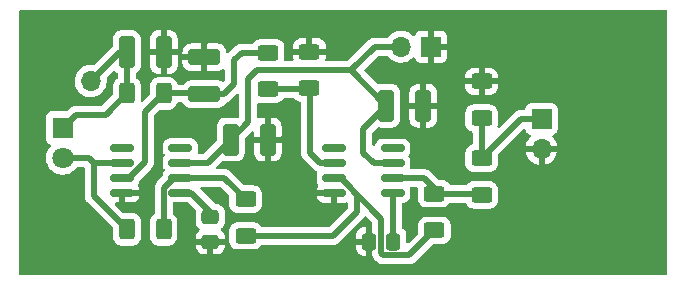
<source format=gtl>
G04 #@! TF.GenerationSoftware,KiCad,Pcbnew,(6.0.9)*
G04 #@! TF.CreationDate,2022-11-30T14:59:24+01:00*
G04 #@! TF.ProjectId,Sensor,53656e73-6f72-42e6-9b69-6361645f7063,rev?*
G04 #@! TF.SameCoordinates,Original*
G04 #@! TF.FileFunction,Copper,L1,Top*
G04 #@! TF.FilePolarity,Positive*
%FSLAX46Y46*%
G04 Gerber Fmt 4.6, Leading zero omitted, Abs format (unit mm)*
G04 Created by KiCad (PCBNEW (6.0.9)) date 2022-11-30 14:59:24*
%MOMM*%
%LPD*%
G01*
G04 APERTURE LIST*
G04 Aperture macros list*
%AMRoundRect*
0 Rectangle with rounded corners*
0 $1 Rounding radius*
0 $2 $3 $4 $5 $6 $7 $8 $9 X,Y pos of 4 corners*
0 Add a 4 corners polygon primitive as box body*
4,1,4,$2,$3,$4,$5,$6,$7,$8,$9,$2,$3,0*
0 Add four circle primitives for the rounded corners*
1,1,$1+$1,$2,$3*
1,1,$1+$1,$4,$5*
1,1,$1+$1,$6,$7*
1,1,$1+$1,$8,$9*
0 Add four rect primitives between the rounded corners*
20,1,$1+$1,$2,$3,$4,$5,0*
20,1,$1+$1,$4,$5,$6,$7,0*
20,1,$1+$1,$6,$7,$8,$9,0*
20,1,$1+$1,$8,$9,$2,$3,0*%
G04 Aperture macros list end*
G04 #@! TA.AperFunction,ComponentPad*
%ADD10R,1.800000X1.800000*%
G04 #@! TD*
G04 #@! TA.AperFunction,ComponentPad*
%ADD11C,1.800000*%
G04 #@! TD*
G04 #@! TA.AperFunction,SMDPad,CuDef*
%ADD12RoundRect,0.150000X-0.825000X-0.150000X0.825000X-0.150000X0.825000X0.150000X-0.825000X0.150000X0*%
G04 #@! TD*
G04 #@! TA.AperFunction,ComponentPad*
%ADD13O,1.700000X1.700000*%
G04 #@! TD*
G04 #@! TA.AperFunction,ComponentPad*
%ADD14R,1.700000X1.700000*%
G04 #@! TD*
G04 #@! TA.AperFunction,SMDPad,CuDef*
%ADD15RoundRect,0.250000X-0.625000X0.400000X-0.625000X-0.400000X0.625000X-0.400000X0.625000X0.400000X0*%
G04 #@! TD*
G04 #@! TA.AperFunction,SMDPad,CuDef*
%ADD16RoundRect,0.250000X0.625000X-0.400000X0.625000X0.400000X-0.625000X0.400000X-0.625000X-0.400000X0*%
G04 #@! TD*
G04 #@! TA.AperFunction,SMDPad,CuDef*
%ADD17RoundRect,0.250000X0.400000X0.625000X-0.400000X0.625000X-0.400000X-0.625000X0.400000X-0.625000X0*%
G04 #@! TD*
G04 #@! TA.AperFunction,SMDPad,CuDef*
%ADD18RoundRect,0.250000X-0.337500X-0.475000X0.337500X-0.475000X0.337500X0.475000X-0.337500X0.475000X0*%
G04 #@! TD*
G04 #@! TA.AperFunction,SMDPad,CuDef*
%ADD19RoundRect,0.250000X-0.475000X0.337500X-0.475000X-0.337500X0.475000X-0.337500X0.475000X0.337500X0*%
G04 #@! TD*
G04 #@! TA.AperFunction,SMDPad,CuDef*
%ADD20RoundRect,0.250000X-0.400000X-0.625000X0.400000X-0.625000X0.400000X0.625000X-0.400000X0.625000X0*%
G04 #@! TD*
G04 #@! TA.AperFunction,SMDPad,CuDef*
%ADD21RoundRect,0.250000X-0.412500X-1.100000X0.412500X-1.100000X0.412500X1.100000X-0.412500X1.100000X0*%
G04 #@! TD*
G04 #@! TA.AperFunction,SMDPad,CuDef*
%ADD22RoundRect,0.250000X1.100000X-0.412500X1.100000X0.412500X-1.100000X0.412500X-1.100000X-0.412500X0*%
G04 #@! TD*
G04 #@! TA.AperFunction,ViaPad*
%ADD23C,4.000000*%
G04 #@! TD*
G04 #@! TA.AperFunction,Conductor*
%ADD24C,0.500000*%
G04 #@! TD*
G04 APERTURE END LIST*
D10*
X114000000Y-90425000D03*
D11*
X114000000Y-92965000D03*
D12*
X119025000Y-92095000D03*
X119025000Y-93365000D03*
X119025000Y-94635000D03*
X119025000Y-95905000D03*
X123975000Y-95905000D03*
X123975000Y-94635000D03*
X123975000Y-93365000D03*
X123975000Y-92095000D03*
X137000000Y-92130000D03*
X137000000Y-93400000D03*
X137000000Y-94670000D03*
X137000000Y-95940000D03*
X141950000Y-95940000D03*
X141950000Y-94670000D03*
X141950000Y-93400000D03*
X141950000Y-92130000D03*
D13*
X116375000Y-86450000D03*
D14*
X154546472Y-89660000D03*
D13*
X154546472Y-92200000D03*
D14*
X145187500Y-83535000D03*
D13*
X142647500Y-83535000D03*
D15*
X134900000Y-83950000D03*
X134900000Y-87050000D03*
D16*
X149475000Y-89585000D03*
X149475000Y-86485000D03*
X129500000Y-99550000D03*
X129500000Y-96450000D03*
X145475000Y-99085000D03*
X145475000Y-95985000D03*
D17*
X122550000Y-87500000D03*
X119450000Y-87500000D03*
D15*
X149475000Y-92985000D03*
X149475000Y-96085000D03*
D18*
X139937500Y-100035000D03*
X142012500Y-100035000D03*
D16*
X131400000Y-87150000D03*
X131400000Y-84050000D03*
D19*
X126500000Y-97962500D03*
X126500000Y-100037500D03*
D20*
X119450000Y-99000000D03*
X122550000Y-99000000D03*
D21*
X141412500Y-88535000D03*
X144537500Y-88535000D03*
X128237500Y-91400000D03*
X131362500Y-91400000D03*
D22*
X126000000Y-87562500D03*
X126000000Y-84437500D03*
D21*
X119437500Y-84000000D03*
X122562500Y-84000000D03*
D23*
X161175000Y-99700000D03*
X161075000Y-83775000D03*
X113300000Y-83500000D03*
X113550000Y-99725000D03*
D24*
X119437500Y-84000000D02*
X118825000Y-84000000D01*
X118825000Y-84000000D02*
X116375000Y-86450000D01*
X138946472Y-96062944D02*
X137553528Y-94670000D01*
X136897500Y-99550000D02*
X138946472Y-97501028D01*
X129500000Y-99550000D02*
X136897500Y-99550000D01*
X138946472Y-97501028D02*
X138946472Y-96062944D01*
X138377500Y-85500000D02*
X138412500Y-85535000D01*
X130435051Y-85500000D02*
X138377500Y-85500000D01*
X129700000Y-89937500D02*
X128237500Y-91400000D01*
X129700000Y-86235051D02*
X129700000Y-89937500D01*
X130435051Y-85500000D02*
X129700000Y-86235051D01*
X134800000Y-87150000D02*
X134900000Y-87050000D01*
X131400000Y-87150000D02*
X134800000Y-87150000D01*
X128500000Y-84700000D02*
X129150000Y-84050000D01*
X127637500Y-87562500D02*
X128500000Y-86700000D01*
X129150000Y-84050000D02*
X131400000Y-84050000D01*
X126000000Y-87562500D02*
X127637500Y-87562500D01*
X128500000Y-86700000D02*
X128500000Y-84700000D01*
X126272500Y-93365000D02*
X128237500Y-91400000D01*
X123975000Y-93365000D02*
X126272500Y-93365000D01*
X125937500Y-87500000D02*
X126000000Y-87562500D01*
X122550000Y-87500000D02*
X125937500Y-87500000D01*
X152800000Y-89660000D02*
X154546472Y-89660000D01*
X149475000Y-92985000D02*
X152800000Y-89660000D01*
X117637182Y-89312818D02*
X119450000Y-87500000D01*
X115112182Y-89312818D02*
X117637182Y-89312818D01*
X114000000Y-90425000D02*
X115112182Y-89312818D01*
X116235000Y-92965000D02*
X116635000Y-93365000D01*
X114000000Y-92965000D02*
X116235000Y-92965000D01*
X141950000Y-95940000D02*
X141950000Y-99972500D01*
X139475000Y-92535000D02*
X139475000Y-90472500D01*
X142647500Y-83535000D02*
X140412500Y-83535000D01*
X140340000Y-93400000D02*
X139475000Y-92535000D01*
X141950000Y-93400000D02*
X140340000Y-93400000D01*
X119450000Y-84012500D02*
X119437500Y-84000000D01*
X141412500Y-88535000D02*
X138412500Y-85535000D01*
X140412500Y-83535000D02*
X138412500Y-85535000D01*
X139475000Y-90472500D02*
X141412500Y-88535000D01*
X119450000Y-87500000D02*
X119450000Y-84012500D01*
X121000000Y-89050000D02*
X122550000Y-87500000D01*
X121000000Y-93270000D02*
X121000000Y-89050000D01*
X119025000Y-94635000D02*
X119635000Y-94635000D01*
X119635000Y-94635000D02*
X121000000Y-93270000D01*
X126437500Y-87500000D02*
X126500000Y-87562500D01*
X126500000Y-97500000D02*
X126500000Y-97962500D01*
X123975000Y-95905000D02*
X124905000Y-95905000D01*
X124905000Y-95905000D02*
X126500000Y-97500000D01*
X116635000Y-93365000D02*
X119025000Y-93365000D01*
X116635000Y-96185000D02*
X119450000Y-99000000D01*
X116635000Y-93365000D02*
X116635000Y-96185000D01*
X149475000Y-92985000D02*
X149475000Y-89585000D01*
X122550000Y-95506472D02*
X122550000Y-99000000D01*
X123421472Y-94635000D02*
X122550000Y-95506472D01*
X123975000Y-94635000D02*
X127685000Y-94635000D01*
X127685000Y-94635000D02*
X129500000Y-96450000D01*
X123975000Y-94635000D02*
X123421472Y-94635000D01*
X143350000Y-101210000D02*
X141149999Y-101210000D01*
X129500000Y-99550000D02*
X129550000Y-99500000D01*
X140975000Y-101035001D02*
X140975000Y-98091472D01*
X137553528Y-94670000D02*
X137000000Y-94670000D01*
X145475000Y-99085000D02*
X143350000Y-101210000D01*
X141149999Y-101210000D02*
X140975000Y-101035001D01*
X140975000Y-98091472D02*
X137553528Y-94670000D01*
X149375000Y-95985000D02*
X149475000Y-96085000D01*
X145475000Y-95535000D02*
X144610000Y-94670000D01*
X144610000Y-94670000D02*
X141950000Y-94670000D01*
X145475000Y-95985000D02*
X145475000Y-95535000D01*
X145475000Y-95985000D02*
X149375000Y-95985000D01*
X134946472Y-92535000D02*
X134946472Y-87085000D01*
X137000000Y-93400000D02*
X135811472Y-93400000D01*
X135811472Y-93400000D02*
X134946472Y-92535000D01*
G04 #@! TA.AperFunction,Conductor*
G36*
X165133621Y-80428502D02*
G01*
X165180114Y-80482158D01*
X165191500Y-80534500D01*
X165191500Y-102765500D01*
X165171498Y-102833621D01*
X165117842Y-102880114D01*
X165065500Y-102891500D01*
X110459500Y-102891500D01*
X110391379Y-102871498D01*
X110344886Y-102817842D01*
X110333500Y-102765500D01*
X110333500Y-100422095D01*
X125267001Y-100422095D01*
X125267338Y-100428614D01*
X125277257Y-100524206D01*
X125280149Y-100537600D01*
X125331588Y-100691784D01*
X125337761Y-100704962D01*
X125423063Y-100842807D01*
X125432099Y-100854208D01*
X125546829Y-100968739D01*
X125558240Y-100977751D01*
X125696243Y-101062816D01*
X125709424Y-101068963D01*
X125863710Y-101120138D01*
X125877086Y-101123005D01*
X125971438Y-101132672D01*
X125977854Y-101133000D01*
X126227885Y-101133000D01*
X126243124Y-101128525D01*
X126244329Y-101127135D01*
X126246000Y-101119452D01*
X126246000Y-101114884D01*
X126754000Y-101114884D01*
X126758475Y-101130123D01*
X126759865Y-101131328D01*
X126767548Y-101132999D01*
X127022095Y-101132999D01*
X127028614Y-101132662D01*
X127124206Y-101122743D01*
X127137600Y-101119851D01*
X127291784Y-101068412D01*
X127304962Y-101062239D01*
X127442807Y-100976937D01*
X127454208Y-100967901D01*
X127568739Y-100853171D01*
X127577751Y-100841760D01*
X127662816Y-100703757D01*
X127668963Y-100690576D01*
X127720138Y-100536290D01*
X127723005Y-100522914D01*
X127732672Y-100428562D01*
X127733000Y-100422146D01*
X127733000Y-100309615D01*
X127728525Y-100294376D01*
X127727135Y-100293171D01*
X127719452Y-100291500D01*
X126772115Y-100291500D01*
X126756876Y-100295975D01*
X126755671Y-100297365D01*
X126754000Y-100305048D01*
X126754000Y-101114884D01*
X126246000Y-101114884D01*
X126246000Y-100309615D01*
X126241525Y-100294376D01*
X126240135Y-100293171D01*
X126232452Y-100291500D01*
X125285116Y-100291500D01*
X125269877Y-100295975D01*
X125268672Y-100297365D01*
X125267001Y-100305048D01*
X125267001Y-100422095D01*
X110333500Y-100422095D01*
X110333500Y-92930469D01*
X112587095Y-92930469D01*
X112587392Y-92935622D01*
X112587392Y-92935625D01*
X112597514Y-93111169D01*
X112600427Y-93161697D01*
X112601564Y-93166743D01*
X112601565Y-93166749D01*
X112622684Y-93260458D01*
X112651346Y-93387642D01*
X112653288Y-93392424D01*
X112653289Y-93392428D01*
X112736540Y-93597450D01*
X112738484Y-93602237D01*
X112859501Y-93799719D01*
X113011147Y-93974784D01*
X113157773Y-94096515D01*
X113184800Y-94118953D01*
X113189349Y-94122730D01*
X113389322Y-94239584D01*
X113605694Y-94322209D01*
X113610760Y-94323240D01*
X113610761Y-94323240D01*
X113663846Y-94334040D01*
X113832656Y-94368385D01*
X113963324Y-94373176D01*
X114058949Y-94376683D01*
X114058953Y-94376683D01*
X114064113Y-94376872D01*
X114069233Y-94376216D01*
X114069235Y-94376216D01*
X114142270Y-94366860D01*
X114293847Y-94347442D01*
X114298795Y-94345957D01*
X114298802Y-94345956D01*
X114510747Y-94282369D01*
X114515690Y-94280886D01*
X114520324Y-94278616D01*
X114719049Y-94181262D01*
X114719052Y-94181260D01*
X114723684Y-94178991D01*
X114912243Y-94044494D01*
X115076303Y-93881005D01*
X115151777Y-93775973D01*
X115207770Y-93732326D01*
X115254098Y-93723500D01*
X115750500Y-93723500D01*
X115818621Y-93743502D01*
X115865114Y-93797158D01*
X115876500Y-93849500D01*
X115876500Y-96117930D01*
X115875067Y-96136880D01*
X115871801Y-96158349D01*
X115872394Y-96165641D01*
X115872394Y-96165644D01*
X115876085Y-96211018D01*
X115876500Y-96221233D01*
X115876500Y-96229293D01*
X115876925Y-96232937D01*
X115879789Y-96257507D01*
X115880222Y-96261882D01*
X115884885Y-96319203D01*
X115886140Y-96334637D01*
X115888396Y-96341601D01*
X115889587Y-96347560D01*
X115890971Y-96353415D01*
X115891818Y-96360681D01*
X115916735Y-96429327D01*
X115918152Y-96433455D01*
X115940649Y-96502899D01*
X115944445Y-96509154D01*
X115946951Y-96514628D01*
X115949670Y-96520058D01*
X115952167Y-96526937D01*
X115956180Y-96533057D01*
X115956180Y-96533058D01*
X115992186Y-96587976D01*
X115994523Y-96591680D01*
X116032405Y-96654107D01*
X116036121Y-96658315D01*
X116036122Y-96658316D01*
X116039803Y-96662484D01*
X116039776Y-96662508D01*
X116042429Y-96665500D01*
X116045132Y-96668733D01*
X116049144Y-96674852D01*
X116089941Y-96713500D01*
X116105383Y-96728128D01*
X116107825Y-96730506D01*
X118254595Y-98877276D01*
X118288621Y-98939588D01*
X118291500Y-98966371D01*
X118291500Y-99675400D01*
X118291837Y-99678646D01*
X118291837Y-99678650D01*
X118300837Y-99765385D01*
X118302474Y-99781166D01*
X118304655Y-99787702D01*
X118304655Y-99787704D01*
X118348728Y-99919806D01*
X118358450Y-99948946D01*
X118451522Y-100099348D01*
X118576697Y-100224305D01*
X118582927Y-100228145D01*
X118582928Y-100228146D01*
X118720090Y-100312694D01*
X118727262Y-100317115D01*
X118807005Y-100343564D01*
X118888611Y-100370632D01*
X118888613Y-100370632D01*
X118895139Y-100372797D01*
X118901975Y-100373497D01*
X118901978Y-100373498D01*
X118945031Y-100377909D01*
X118999600Y-100383500D01*
X119900400Y-100383500D01*
X119903646Y-100383163D01*
X119903650Y-100383163D01*
X119999308Y-100373238D01*
X119999312Y-100373237D01*
X120006166Y-100372526D01*
X120012702Y-100370345D01*
X120012704Y-100370345D01*
X120160937Y-100320890D01*
X120173946Y-100316550D01*
X120324348Y-100223478D01*
X120356161Y-100191610D01*
X120444134Y-100103483D01*
X120449305Y-100098303D01*
X120542115Y-99947738D01*
X120597797Y-99779861D01*
X120598813Y-99769952D01*
X120608172Y-99678598D01*
X120608500Y-99675400D01*
X120608500Y-98324600D01*
X120597526Y-98218834D01*
X120594797Y-98210652D01*
X120543868Y-98058002D01*
X120541550Y-98051054D01*
X120448478Y-97900652D01*
X120323303Y-97775695D01*
X120268382Y-97741841D01*
X120178968Y-97686725D01*
X120178966Y-97686724D01*
X120172738Y-97682885D01*
X120027256Y-97634631D01*
X120011389Y-97629368D01*
X120011387Y-97629368D01*
X120004861Y-97627203D01*
X119998025Y-97626503D01*
X119998022Y-97626502D01*
X119954969Y-97622091D01*
X119900400Y-97616500D01*
X119191371Y-97616500D01*
X119123250Y-97596498D01*
X119102276Y-97579595D01*
X118450776Y-96928095D01*
X118416750Y-96865783D01*
X118421815Y-96794968D01*
X118464362Y-96738132D01*
X118530882Y-96713321D01*
X118539871Y-96713000D01*
X118752885Y-96713000D01*
X118768124Y-96708525D01*
X118769329Y-96707135D01*
X118771000Y-96699452D01*
X118771000Y-96694884D01*
X119279000Y-96694884D01*
X119283475Y-96710123D01*
X119284865Y-96711328D01*
X119292548Y-96712999D01*
X119913984Y-96712999D01*
X119918920Y-96712805D01*
X119947336Y-96710570D01*
X119959931Y-96708270D01*
X120105790Y-96665893D01*
X120120221Y-96659648D01*
X120249678Y-96583089D01*
X120262104Y-96573449D01*
X120368449Y-96467104D01*
X120378089Y-96454678D01*
X120454648Y-96325221D01*
X120460893Y-96310790D01*
X120499939Y-96176395D01*
X120499899Y-96162294D01*
X120492630Y-96159000D01*
X119297115Y-96159000D01*
X119281876Y-96163475D01*
X119280671Y-96164865D01*
X119279000Y-96172548D01*
X119279000Y-96694884D01*
X118771000Y-96694884D01*
X118771000Y-95777000D01*
X118791002Y-95708879D01*
X118844658Y-95662386D01*
X118897000Y-95651000D01*
X120486878Y-95651000D01*
X120500409Y-95647027D01*
X120501544Y-95639129D01*
X120460893Y-95499210D01*
X120454648Y-95484779D01*
X120378089Y-95355323D01*
X120372129Y-95347640D01*
X120346180Y-95281556D01*
X120360078Y-95211933D01*
X120370421Y-95195839D01*
X120374453Y-95191807D01*
X120459145Y-95048601D01*
X120505562Y-94888831D01*
X120506067Y-94882420D01*
X120506068Y-94882412D01*
X120506334Y-94879035D01*
X120507008Y-94877268D01*
X120507225Y-94876078D01*
X120507446Y-94876118D01*
X120531622Y-94812694D01*
X120542850Y-94799831D01*
X121488911Y-93853770D01*
X121503323Y-93841384D01*
X121514918Y-93832851D01*
X121514923Y-93832846D01*
X121520818Y-93828508D01*
X121525557Y-93822930D01*
X121525560Y-93822927D01*
X121555035Y-93788232D01*
X121561965Y-93780716D01*
X121567661Y-93775020D01*
X121569924Y-93772159D01*
X121569929Y-93772154D01*
X121585293Y-93752734D01*
X121588082Y-93749333D01*
X121630592Y-93699296D01*
X121630594Y-93699294D01*
X121635333Y-93693715D01*
X121638662Y-93687195D01*
X121642028Y-93682148D01*
X121645193Y-93677024D01*
X121649735Y-93671283D01*
X121655004Y-93660011D01*
X121680634Y-93605170D01*
X121682565Y-93601218D01*
X121691379Y-93583958D01*
X121715769Y-93536192D01*
X121717508Y-93529086D01*
X121719609Y-93523436D01*
X121721524Y-93517679D01*
X121724622Y-93511050D01*
X121739491Y-93439565D01*
X121740461Y-93435282D01*
X121757808Y-93364390D01*
X121758500Y-93353236D01*
X121758535Y-93353238D01*
X121758775Y-93349266D01*
X121759152Y-93345045D01*
X121760641Y-93337885D01*
X121758546Y-93260458D01*
X121758500Y-93257050D01*
X121758500Y-89416371D01*
X121778502Y-89348250D01*
X121795405Y-89327276D01*
X122202276Y-88920405D01*
X122264588Y-88886379D01*
X122291371Y-88883500D01*
X123000400Y-88883500D01*
X123003646Y-88883163D01*
X123003650Y-88883163D01*
X123099308Y-88873238D01*
X123099312Y-88873237D01*
X123106166Y-88872526D01*
X123112702Y-88870345D01*
X123112704Y-88870345D01*
X123266998Y-88818868D01*
X123273946Y-88816550D01*
X123424348Y-88723478D01*
X123436109Y-88711697D01*
X123544134Y-88603483D01*
X123549305Y-88598303D01*
X123558943Y-88582668D01*
X123638275Y-88453968D01*
X123638276Y-88453966D01*
X123642115Y-88447738D01*
X123676247Y-88344833D01*
X123716678Y-88286473D01*
X123782242Y-88259236D01*
X123795840Y-88258500D01*
X124113219Y-88258500D01*
X124181340Y-88278502D01*
X124220363Y-88318197D01*
X124301522Y-88449348D01*
X124426697Y-88574305D01*
X124432927Y-88578145D01*
X124432928Y-88578146D01*
X124570090Y-88662694D01*
X124577262Y-88667115D01*
X124653148Y-88692285D01*
X124738611Y-88720632D01*
X124738613Y-88720632D01*
X124745139Y-88722797D01*
X124751975Y-88723497D01*
X124751978Y-88723498D01*
X124785789Y-88726962D01*
X124849600Y-88733500D01*
X127150400Y-88733500D01*
X127153646Y-88733163D01*
X127153650Y-88733163D01*
X127249308Y-88723238D01*
X127249312Y-88723237D01*
X127256166Y-88722526D01*
X127262702Y-88720345D01*
X127262704Y-88720345D01*
X127413593Y-88670004D01*
X127423946Y-88666550D01*
X127574348Y-88573478D01*
X127699305Y-88448303D01*
X127712543Y-88426828D01*
X127756711Y-88355174D01*
X127809484Y-88307680D01*
X127820971Y-88302854D01*
X127881827Y-88280765D01*
X127885955Y-88279348D01*
X127948436Y-88259107D01*
X127948438Y-88259106D01*
X127955399Y-88256851D01*
X127961654Y-88253055D01*
X127967128Y-88250549D01*
X127972558Y-88247830D01*
X127979437Y-88245333D01*
X127985558Y-88241320D01*
X128040476Y-88205314D01*
X128044180Y-88202977D01*
X128106607Y-88165095D01*
X128114984Y-88157697D01*
X128115008Y-88157724D01*
X128118000Y-88155071D01*
X128121233Y-88152368D01*
X128127352Y-88148356D01*
X128180628Y-88092117D01*
X128183006Y-88089675D01*
X128726405Y-87546276D01*
X128788717Y-87512250D01*
X128859532Y-87517315D01*
X128916368Y-87559862D01*
X128941179Y-87626382D01*
X128941500Y-87635371D01*
X128941500Y-89426633D01*
X128921498Y-89494754D01*
X128867842Y-89541247D01*
X128802658Y-89551977D01*
X128733359Y-89544877D01*
X128700400Y-89541500D01*
X127774600Y-89541500D01*
X127771354Y-89541837D01*
X127771350Y-89541837D01*
X127675692Y-89551762D01*
X127675688Y-89551763D01*
X127668834Y-89552474D01*
X127662298Y-89554655D01*
X127662296Y-89554655D01*
X127645928Y-89560116D01*
X127501054Y-89608450D01*
X127350652Y-89701522D01*
X127225695Y-89826697D01*
X127221855Y-89832927D01*
X127221854Y-89832928D01*
X127140516Y-89964883D01*
X127132885Y-89977262D01*
X127109162Y-90048785D01*
X127082491Y-90129197D01*
X127077203Y-90145139D01*
X127066500Y-90249600D01*
X127066500Y-91446129D01*
X127046498Y-91514250D01*
X127029595Y-91535224D01*
X125995224Y-92569595D01*
X125932912Y-92603621D01*
X125906129Y-92606500D01*
X125548519Y-92606500D01*
X125480398Y-92586498D01*
X125433905Y-92532842D01*
X125423801Y-92462568D01*
X125427522Y-92445348D01*
X125453767Y-92355011D01*
X125453768Y-92355007D01*
X125455562Y-92348831D01*
X125456078Y-92342287D01*
X125458307Y-92313958D01*
X125458307Y-92313950D01*
X125458500Y-92311502D01*
X125458500Y-91878498D01*
X125458307Y-91876042D01*
X125456067Y-91847579D01*
X125456066Y-91847574D01*
X125455562Y-91841169D01*
X125409145Y-91681399D01*
X125392107Y-91652589D01*
X125328491Y-91545020D01*
X125328489Y-91545017D01*
X125324453Y-91538193D01*
X125206807Y-91420547D01*
X125199983Y-91416511D01*
X125199980Y-91416509D01*
X125092411Y-91352893D01*
X125063601Y-91335855D01*
X125055990Y-91333644D01*
X125055988Y-91333643D01*
X125003769Y-91318472D01*
X124903831Y-91289438D01*
X124897426Y-91288934D01*
X124897421Y-91288933D01*
X124868958Y-91286693D01*
X124868950Y-91286693D01*
X124866502Y-91286500D01*
X123083498Y-91286500D01*
X123081050Y-91286693D01*
X123081042Y-91286693D01*
X123052579Y-91288933D01*
X123052574Y-91288934D01*
X123046169Y-91289438D01*
X122946231Y-91318472D01*
X122894012Y-91333643D01*
X122894010Y-91333644D01*
X122886399Y-91335855D01*
X122857589Y-91352893D01*
X122750020Y-91416509D01*
X122750017Y-91416511D01*
X122743193Y-91420547D01*
X122625547Y-91538193D01*
X122621511Y-91545017D01*
X122621509Y-91545020D01*
X122557893Y-91652589D01*
X122540855Y-91681399D01*
X122494438Y-91841169D01*
X122493934Y-91847574D01*
X122493933Y-91847579D01*
X122491693Y-91876042D01*
X122491500Y-91878498D01*
X122491500Y-92311502D01*
X122491693Y-92313950D01*
X122491693Y-92313958D01*
X122493923Y-92342287D01*
X122494438Y-92348831D01*
X122523472Y-92448769D01*
X122534545Y-92486880D01*
X122540855Y-92508601D01*
X122625547Y-92651807D01*
X122628229Y-92654489D01*
X122653502Y-92718861D01*
X122639600Y-92788484D01*
X122629428Y-92804312D01*
X122625547Y-92808193D01*
X122540855Y-92951399D01*
X122538644Y-92959010D01*
X122538643Y-92959012D01*
X122525542Y-93004107D01*
X122494438Y-93111169D01*
X122491500Y-93148498D01*
X122491500Y-93581502D01*
X122491693Y-93583950D01*
X122491693Y-93583958D01*
X122493479Y-93606641D01*
X122494438Y-93618831D01*
X122509677Y-93671283D01*
X122537650Y-93767568D01*
X122540855Y-93778601D01*
X122625547Y-93921807D01*
X122628229Y-93924489D01*
X122653502Y-93988861D01*
X122639600Y-94058484D01*
X122629428Y-94074312D01*
X122625547Y-94078193D01*
X122540855Y-94221399D01*
X122494438Y-94381169D01*
X122493934Y-94387574D01*
X122493933Y-94387579D01*
X122492169Y-94409992D01*
X122491500Y-94418498D01*
X122491500Y-94440101D01*
X122471498Y-94508222D01*
X122454595Y-94529196D01*
X122061089Y-94922702D01*
X122046677Y-94935088D01*
X122035082Y-94943621D01*
X122035077Y-94943626D01*
X122029182Y-94947964D01*
X122024443Y-94953542D01*
X122024440Y-94953545D01*
X121994965Y-94988240D01*
X121988035Y-94995756D01*
X121982340Y-95001451D01*
X121980060Y-95004333D01*
X121964719Y-95023723D01*
X121961928Y-95027127D01*
X121919409Y-95077175D01*
X121914667Y-95082757D01*
X121911339Y-95089273D01*
X121907972Y-95094322D01*
X121904805Y-95099451D01*
X121900266Y-95105188D01*
X121869345Y-95171347D01*
X121867442Y-95175241D01*
X121834231Y-95240280D01*
X121832492Y-95247388D01*
X121830393Y-95253031D01*
X121828476Y-95258794D01*
X121825378Y-95265422D01*
X121823888Y-95272584D01*
X121823888Y-95272585D01*
X121810514Y-95336884D01*
X121809544Y-95341168D01*
X121792192Y-95412082D01*
X121791844Y-95417684D01*
X121791844Y-95417687D01*
X121791500Y-95423234D01*
X121791500Y-95423236D01*
X121791464Y-95423234D01*
X121791225Y-95427227D01*
X121790851Y-95431419D01*
X121789360Y-95438587D01*
X121789558Y-95445904D01*
X121791454Y-95515993D01*
X121791500Y-95519400D01*
X121791500Y-97634631D01*
X121771498Y-97702752D01*
X121731807Y-97741772D01*
X121675652Y-97776522D01*
X121550695Y-97901697D01*
X121546855Y-97907927D01*
X121546854Y-97907928D01*
X121491761Y-97997306D01*
X121457885Y-98052262D01*
X121454032Y-98063879D01*
X121405350Y-98210652D01*
X121402203Y-98220139D01*
X121391500Y-98324600D01*
X121391500Y-99675400D01*
X121391837Y-99678646D01*
X121391837Y-99678650D01*
X121400837Y-99765385D01*
X121402474Y-99781166D01*
X121404655Y-99787702D01*
X121404655Y-99787704D01*
X121448728Y-99919806D01*
X121458450Y-99948946D01*
X121551522Y-100099348D01*
X121676697Y-100224305D01*
X121682927Y-100228145D01*
X121682928Y-100228146D01*
X121820090Y-100312694D01*
X121827262Y-100317115D01*
X121907005Y-100343564D01*
X121988611Y-100370632D01*
X121988613Y-100370632D01*
X121995139Y-100372797D01*
X122001975Y-100373497D01*
X122001978Y-100373498D01*
X122045031Y-100377909D01*
X122099600Y-100383500D01*
X123000400Y-100383500D01*
X123003646Y-100383163D01*
X123003650Y-100383163D01*
X123099308Y-100373238D01*
X123099312Y-100373237D01*
X123106166Y-100372526D01*
X123112702Y-100370345D01*
X123112704Y-100370345D01*
X123260937Y-100320890D01*
X123273946Y-100316550D01*
X123424348Y-100223478D01*
X123456161Y-100191610D01*
X123544134Y-100103483D01*
X123549305Y-100098303D01*
X123642115Y-99947738D01*
X123697797Y-99779861D01*
X123698813Y-99769952D01*
X123708172Y-99678598D01*
X123708500Y-99675400D01*
X123708500Y-98324600D01*
X123697526Y-98218834D01*
X123694797Y-98210652D01*
X123643868Y-98058002D01*
X123641550Y-98051054D01*
X123548478Y-97900652D01*
X123423303Y-97775695D01*
X123417075Y-97771856D01*
X123417070Y-97771852D01*
X123368383Y-97741841D01*
X123320890Y-97689069D01*
X123308500Y-97634582D01*
X123308500Y-96839500D01*
X123328502Y-96771379D01*
X123382158Y-96724886D01*
X123434500Y-96713500D01*
X124588629Y-96713500D01*
X124656750Y-96733502D01*
X124677724Y-96750405D01*
X125252182Y-97324863D01*
X125286208Y-97387175D01*
X125282681Y-97453622D01*
X125279368Y-97463610D01*
X125279367Y-97463615D01*
X125277203Y-97470139D01*
X125266500Y-97574600D01*
X125266500Y-98350400D01*
X125266837Y-98353646D01*
X125266837Y-98353650D01*
X125272100Y-98404368D01*
X125277474Y-98456166D01*
X125279655Y-98462702D01*
X125279655Y-98462704D01*
X125309011Y-98550695D01*
X125333450Y-98623946D01*
X125426522Y-98774348D01*
X125551697Y-98899305D01*
X125556235Y-98902102D01*
X125596824Y-98959353D01*
X125600054Y-99030276D01*
X125564428Y-99091687D01*
X125555932Y-99099062D01*
X125545793Y-99107098D01*
X125431261Y-99221829D01*
X125422249Y-99233240D01*
X125337184Y-99371243D01*
X125331037Y-99384424D01*
X125279862Y-99538710D01*
X125276995Y-99552086D01*
X125267328Y-99646438D01*
X125267000Y-99652855D01*
X125267000Y-99765385D01*
X125271475Y-99780624D01*
X125272865Y-99781829D01*
X125280548Y-99783500D01*
X127714884Y-99783500D01*
X127730123Y-99779025D01*
X127731328Y-99777635D01*
X127732999Y-99769952D01*
X127732999Y-99652905D01*
X127732662Y-99646386D01*
X127722743Y-99550794D01*
X127719851Y-99537400D01*
X127668412Y-99383216D01*
X127662239Y-99370038D01*
X127576937Y-99232193D01*
X127567901Y-99220792D01*
X127453172Y-99106262D01*
X127444238Y-99099206D01*
X127403177Y-99041288D01*
X127399947Y-98970365D01*
X127435574Y-98908954D01*
X127443407Y-98902154D01*
X127449348Y-98898478D01*
X127473715Y-98874069D01*
X127569134Y-98778483D01*
X127574305Y-98773303D01*
X127585837Y-98754595D01*
X127663275Y-98628968D01*
X127663276Y-98628966D01*
X127667115Y-98622738D01*
X127720328Y-98462306D01*
X127720632Y-98461389D01*
X127720632Y-98461387D01*
X127722797Y-98454861D01*
X127733500Y-98350400D01*
X127733500Y-97574600D01*
X127733163Y-97571350D01*
X127723238Y-97475692D01*
X127723237Y-97475688D01*
X127722526Y-97468834D01*
X127717021Y-97452332D01*
X127668868Y-97308002D01*
X127666550Y-97301054D01*
X127573478Y-97150652D01*
X127448303Y-97025695D01*
X127427228Y-97012704D01*
X127303968Y-96936725D01*
X127303966Y-96936724D01*
X127297738Y-96932885D01*
X127190099Y-96897183D01*
X127136389Y-96879368D01*
X127136387Y-96879368D01*
X127129861Y-96877203D01*
X127123025Y-96876503D01*
X127123022Y-96876502D01*
X127079969Y-96872091D01*
X127025400Y-96866500D01*
X126991370Y-96866500D01*
X126923249Y-96846498D01*
X126902275Y-96829595D01*
X125681276Y-95608595D01*
X125647250Y-95546283D01*
X125652315Y-95475467D01*
X125694862Y-95418632D01*
X125761382Y-95393821D01*
X125770371Y-95393500D01*
X127318629Y-95393500D01*
X127386750Y-95413502D01*
X127407724Y-95430405D01*
X128079595Y-96102276D01*
X128113621Y-96164588D01*
X128116500Y-96191371D01*
X128116500Y-96900400D01*
X128116837Y-96903646D01*
X128116837Y-96903650D01*
X128125520Y-96987332D01*
X128127474Y-97006166D01*
X128129655Y-97012702D01*
X128129655Y-97012704D01*
X128168999Y-97130632D01*
X128183450Y-97173946D01*
X128276522Y-97324348D01*
X128401697Y-97449305D01*
X128407927Y-97453145D01*
X128407928Y-97453146D01*
X128545090Y-97537694D01*
X128552262Y-97542115D01*
X128632005Y-97568564D01*
X128713611Y-97595632D01*
X128713613Y-97595632D01*
X128720139Y-97597797D01*
X128726975Y-97598497D01*
X128726978Y-97598498D01*
X128770031Y-97602909D01*
X128824600Y-97608500D01*
X130175400Y-97608500D01*
X130178646Y-97608163D01*
X130178650Y-97608163D01*
X130274308Y-97598238D01*
X130274312Y-97598237D01*
X130281166Y-97597526D01*
X130287702Y-97595345D01*
X130287704Y-97595345D01*
X130419806Y-97551272D01*
X130448946Y-97541550D01*
X130599348Y-97448478D01*
X130724305Y-97323303D01*
X130741860Y-97294824D01*
X130813275Y-97178968D01*
X130813276Y-97178966D01*
X130817115Y-97172738D01*
X130872797Y-97004861D01*
X130883500Y-96900400D01*
X130883500Y-96205871D01*
X135523456Y-96205871D01*
X135564107Y-96345790D01*
X135570352Y-96360221D01*
X135646911Y-96489678D01*
X135656551Y-96502104D01*
X135762896Y-96608449D01*
X135775322Y-96618089D01*
X135904779Y-96694648D01*
X135919210Y-96700893D01*
X136065065Y-96743269D01*
X136077667Y-96745570D01*
X136106084Y-96747807D01*
X136111014Y-96748000D01*
X136727885Y-96748000D01*
X136743124Y-96743525D01*
X136744329Y-96742135D01*
X136746000Y-96734452D01*
X136746000Y-96212115D01*
X136741525Y-96196876D01*
X136740135Y-96195671D01*
X136732452Y-96194000D01*
X135538122Y-96194000D01*
X135524591Y-96197973D01*
X135523456Y-96205871D01*
X130883500Y-96205871D01*
X130883500Y-95999600D01*
X130872526Y-95893834D01*
X130816550Y-95726054D01*
X130723478Y-95575652D01*
X130598303Y-95450695D01*
X130586631Y-95443500D01*
X130453968Y-95361725D01*
X130453966Y-95361724D01*
X130447738Y-95357885D01*
X130360317Y-95328889D01*
X130286389Y-95304368D01*
X130286387Y-95304368D01*
X130279861Y-95302203D01*
X130273025Y-95301503D01*
X130273022Y-95301502D01*
X130229969Y-95297091D01*
X130175400Y-95291500D01*
X129466371Y-95291500D01*
X129398250Y-95271498D01*
X129377276Y-95254595D01*
X128268770Y-94146089D01*
X128256384Y-94131677D01*
X128247851Y-94120082D01*
X128247846Y-94120077D01*
X128243508Y-94114182D01*
X128237930Y-94109443D01*
X128237927Y-94109440D01*
X128203232Y-94079965D01*
X128195716Y-94073035D01*
X128190021Y-94067340D01*
X128178827Y-94058484D01*
X128167749Y-94049719D01*
X128164345Y-94046928D01*
X128114297Y-94004409D01*
X128114295Y-94004408D01*
X128108715Y-93999667D01*
X128102199Y-93996339D01*
X128097150Y-93992972D01*
X128092021Y-93989805D01*
X128086284Y-93985266D01*
X128020125Y-93954345D01*
X128016225Y-93952439D01*
X128012218Y-93950393D01*
X127951192Y-93919231D01*
X127944084Y-93917492D01*
X127938441Y-93915393D01*
X127932678Y-93913476D01*
X127926050Y-93910378D01*
X127854583Y-93895513D01*
X127850299Y-93894543D01*
X127837855Y-93891498D01*
X127779390Y-93877192D01*
X127773788Y-93876844D01*
X127773785Y-93876844D01*
X127768236Y-93876500D01*
X127768238Y-93876464D01*
X127764245Y-93876225D01*
X127760053Y-93875851D01*
X127752885Y-93874360D01*
X127686675Y-93876151D01*
X127675479Y-93876454D01*
X127672072Y-93876500D01*
X127137871Y-93876500D01*
X127069750Y-93856498D01*
X127023257Y-93802842D01*
X127013153Y-93732568D01*
X127042647Y-93667988D01*
X127048776Y-93661405D01*
X127459157Y-93251024D01*
X127521469Y-93216998D01*
X127587919Y-93220526D01*
X127663611Y-93245632D01*
X127663613Y-93245632D01*
X127670139Y-93247797D01*
X127676975Y-93248497D01*
X127676978Y-93248498D01*
X127720031Y-93252909D01*
X127774600Y-93258500D01*
X128700400Y-93258500D01*
X128703646Y-93258163D01*
X128703650Y-93258163D01*
X128799308Y-93248238D01*
X128799312Y-93248237D01*
X128806166Y-93247526D01*
X128812702Y-93245345D01*
X128812704Y-93245345D01*
X128966998Y-93193868D01*
X128973946Y-93191550D01*
X129124348Y-93098478D01*
X129249305Y-92973303D01*
X129272530Y-92935625D01*
X129338275Y-92828968D01*
X129338276Y-92828966D01*
X129342115Y-92822738D01*
X129377003Y-92717553D01*
X129395632Y-92661389D01*
X129395632Y-92661387D01*
X129397797Y-92654861D01*
X129408500Y-92550400D01*
X129408500Y-92547095D01*
X130192001Y-92547095D01*
X130192338Y-92553614D01*
X130202257Y-92649206D01*
X130205149Y-92662600D01*
X130256588Y-92816784D01*
X130262761Y-92829962D01*
X130348063Y-92967807D01*
X130357099Y-92979208D01*
X130471829Y-93093739D01*
X130483240Y-93102751D01*
X130621243Y-93187816D01*
X130634424Y-93193963D01*
X130788710Y-93245138D01*
X130802086Y-93248005D01*
X130896438Y-93257672D01*
X130902854Y-93258000D01*
X131090385Y-93258000D01*
X131105624Y-93253525D01*
X131106829Y-93252135D01*
X131108500Y-93244452D01*
X131108500Y-93239884D01*
X131616500Y-93239884D01*
X131620975Y-93255123D01*
X131622365Y-93256328D01*
X131630048Y-93257999D01*
X131822095Y-93257999D01*
X131828614Y-93257662D01*
X131924206Y-93247743D01*
X131937600Y-93244851D01*
X132091784Y-93193412D01*
X132104962Y-93187239D01*
X132242807Y-93101937D01*
X132254208Y-93092901D01*
X132368739Y-92978171D01*
X132377751Y-92966760D01*
X132462816Y-92828757D01*
X132468963Y-92815576D01*
X132520138Y-92661290D01*
X132523005Y-92647914D01*
X132532672Y-92553562D01*
X132533000Y-92547146D01*
X132533000Y-91672115D01*
X132528525Y-91656876D01*
X132527135Y-91655671D01*
X132519452Y-91654000D01*
X131634615Y-91654000D01*
X131619376Y-91658475D01*
X131618171Y-91659865D01*
X131616500Y-91667548D01*
X131616500Y-93239884D01*
X131108500Y-93239884D01*
X131108500Y-91672115D01*
X131104025Y-91656876D01*
X131102635Y-91655671D01*
X131094952Y-91654000D01*
X130210116Y-91654000D01*
X130194877Y-91658475D01*
X130193672Y-91659865D01*
X130192001Y-91667548D01*
X130192001Y-92547095D01*
X129408500Y-92547095D01*
X129408500Y-91353871D01*
X129428502Y-91285750D01*
X129445405Y-91264776D01*
X129976905Y-90733276D01*
X130039217Y-90699250D01*
X130110032Y-90704315D01*
X130166868Y-90746862D01*
X130191679Y-90813382D01*
X130192000Y-90822371D01*
X130192000Y-91127885D01*
X130196475Y-91143124D01*
X130197865Y-91144329D01*
X130205548Y-91146000D01*
X131090385Y-91146000D01*
X131105624Y-91141525D01*
X131106829Y-91140135D01*
X131108500Y-91132452D01*
X131108500Y-91127885D01*
X131616500Y-91127885D01*
X131620975Y-91143124D01*
X131622365Y-91144329D01*
X131630048Y-91146000D01*
X132514884Y-91146000D01*
X132530123Y-91141525D01*
X132531328Y-91140135D01*
X132532999Y-91132452D01*
X132532999Y-90252905D01*
X132532662Y-90246386D01*
X132522743Y-90150794D01*
X132519851Y-90137400D01*
X132468412Y-89983216D01*
X132462239Y-89970038D01*
X132376937Y-89832193D01*
X132367901Y-89820792D01*
X132253171Y-89706261D01*
X132241760Y-89697249D01*
X132103757Y-89612184D01*
X132090576Y-89606037D01*
X131936290Y-89554862D01*
X131922914Y-89551995D01*
X131828562Y-89542328D01*
X131822145Y-89542000D01*
X131634615Y-89542000D01*
X131619376Y-89546475D01*
X131618171Y-89547865D01*
X131616500Y-89555548D01*
X131616500Y-91127885D01*
X131108500Y-91127885D01*
X131108500Y-89560116D01*
X131104025Y-89544877D01*
X131102635Y-89543672D01*
X131094952Y-89542001D01*
X130902905Y-89542001D01*
X130896386Y-89542338D01*
X130800794Y-89552257D01*
X130787400Y-89555149D01*
X130626268Y-89608906D01*
X130625399Y-89606301D01*
X130567761Y-89615151D01*
X130502901Y-89586277D01*
X130463949Y-89526920D01*
X130458500Y-89490268D01*
X130458500Y-88418254D01*
X130478502Y-88350133D01*
X130532158Y-88303640D01*
X130602432Y-88293536D01*
X130610912Y-88295053D01*
X130613610Y-88295631D01*
X130620139Y-88297797D01*
X130724600Y-88308500D01*
X132075400Y-88308500D01*
X132078646Y-88308163D01*
X132078650Y-88308163D01*
X132174308Y-88298238D01*
X132174312Y-88298237D01*
X132181166Y-88297526D01*
X132187702Y-88295345D01*
X132187704Y-88295345D01*
X132341998Y-88243868D01*
X132348946Y-88241550D01*
X132499348Y-88148478D01*
X132624305Y-88023303D01*
X132628144Y-88017075D01*
X132628148Y-88017070D01*
X132658159Y-87968383D01*
X132710931Y-87920890D01*
X132765418Y-87908500D01*
X133608520Y-87908500D01*
X133676641Y-87928502D01*
X133697536Y-87945325D01*
X133801697Y-88049305D01*
X133807927Y-88053145D01*
X133807928Y-88053146D01*
X133871151Y-88092117D01*
X133952262Y-88142115D01*
X134052614Y-88175400D01*
X134101639Y-88191661D01*
X134159999Y-88232092D01*
X134187236Y-88297656D01*
X134187972Y-88311254D01*
X134187972Y-92467930D01*
X134186539Y-92486880D01*
X134184393Y-92500988D01*
X134183273Y-92508349D01*
X134183866Y-92515641D01*
X134183866Y-92515644D01*
X134187557Y-92561018D01*
X134187972Y-92571233D01*
X134187972Y-92579293D01*
X134188397Y-92582937D01*
X134191261Y-92607507D01*
X134191694Y-92611882D01*
X134196762Y-92674181D01*
X134197612Y-92684637D01*
X134199868Y-92691601D01*
X134201059Y-92697560D01*
X134202443Y-92703415D01*
X134203290Y-92710681D01*
X134228207Y-92779327D01*
X134229624Y-92783455D01*
X134248977Y-92843193D01*
X134252121Y-92852899D01*
X134255917Y-92859154D01*
X134258423Y-92864628D01*
X134261142Y-92870058D01*
X134263639Y-92876937D01*
X134267652Y-92883057D01*
X134267652Y-92883058D01*
X134303658Y-92937976D01*
X134305995Y-92941680D01*
X134343877Y-93004107D01*
X134347593Y-93008315D01*
X134347594Y-93008316D01*
X134351275Y-93012484D01*
X134351248Y-93012508D01*
X134353901Y-93015500D01*
X134356604Y-93018733D01*
X134360616Y-93024852D01*
X134365928Y-93029884D01*
X134416855Y-93078128D01*
X134419297Y-93080506D01*
X135227702Y-93888911D01*
X135240088Y-93903323D01*
X135248621Y-93914918D01*
X135248626Y-93914923D01*
X135252964Y-93920818D01*
X135258542Y-93925557D01*
X135258545Y-93925560D01*
X135293240Y-93955035D01*
X135300756Y-93961965D01*
X135306452Y-93967661D01*
X135309313Y-93969924D01*
X135309318Y-93969929D01*
X135328738Y-93985293D01*
X135332139Y-93988082D01*
X135387757Y-94035333D01*
X135394270Y-94038659D01*
X135399309Y-94042020D01*
X135404451Y-94045196D01*
X135410188Y-94049734D01*
X135476347Y-94080655D01*
X135480241Y-94082558D01*
X135485067Y-94085022D01*
X135507574Y-94096515D01*
X135559147Y-94145309D01*
X135576153Y-94214239D01*
X135566839Y-94254735D01*
X135565855Y-94256399D01*
X135519438Y-94416169D01*
X135516500Y-94453498D01*
X135516500Y-94886502D01*
X135516693Y-94888950D01*
X135516693Y-94888958D01*
X135517305Y-94896725D01*
X135519438Y-94923831D01*
X135565855Y-95083601D01*
X135569892Y-95090427D01*
X135641751Y-95211933D01*
X135650547Y-95226807D01*
X135653487Y-95229747D01*
X135678820Y-95294266D01*
X135664921Y-95363889D01*
X135652874Y-95382636D01*
X135646910Y-95390324D01*
X135570352Y-95519779D01*
X135564107Y-95534210D01*
X135525061Y-95668605D01*
X135525101Y-95682706D01*
X135532370Y-95686000D01*
X137128000Y-95686000D01*
X137196121Y-95706002D01*
X137242614Y-95759658D01*
X137254000Y-95812000D01*
X137254000Y-96729884D01*
X137258475Y-96745123D01*
X137259865Y-96746328D01*
X137267548Y-96747999D01*
X137888984Y-96747999D01*
X137893920Y-96747805D01*
X137922336Y-96745570D01*
X137934934Y-96743269D01*
X138026819Y-96716574D01*
X138097815Y-96716777D01*
X138157432Y-96755331D01*
X138186740Y-96819995D01*
X138187972Y-96837571D01*
X138187972Y-97134657D01*
X138167970Y-97202778D01*
X138151067Y-97223752D01*
X136620224Y-98754595D01*
X136557912Y-98788621D01*
X136531129Y-98791500D01*
X130865369Y-98791500D01*
X130797248Y-98771498D01*
X130758228Y-98731807D01*
X130723478Y-98675652D01*
X130598303Y-98550695D01*
X130455556Y-98462704D01*
X130453968Y-98461725D01*
X130453966Y-98461724D01*
X130447738Y-98457885D01*
X130366863Y-98431060D01*
X130286389Y-98404368D01*
X130286387Y-98404368D01*
X130279861Y-98402203D01*
X130273025Y-98401503D01*
X130273022Y-98401502D01*
X130229969Y-98397091D01*
X130175400Y-98391500D01*
X128824600Y-98391500D01*
X128821354Y-98391837D01*
X128821350Y-98391837D01*
X128725692Y-98401762D01*
X128725688Y-98401763D01*
X128718834Y-98402474D01*
X128712298Y-98404655D01*
X128712296Y-98404655D01*
X128582310Y-98448022D01*
X128551054Y-98458450D01*
X128400652Y-98551522D01*
X128275695Y-98676697D01*
X128271855Y-98682927D01*
X128271854Y-98682928D01*
X128190106Y-98815548D01*
X128182885Y-98827262D01*
X128180581Y-98834209D01*
X128138628Y-98960695D01*
X128127203Y-98995139D01*
X128116500Y-99099600D01*
X128116500Y-100000400D01*
X128116837Y-100003646D01*
X128116837Y-100003650D01*
X128126012Y-100092072D01*
X128127474Y-100106166D01*
X128129655Y-100112702D01*
X128129655Y-100112704D01*
X128169631Y-100232526D01*
X128183450Y-100273946D01*
X128276522Y-100424348D01*
X128401697Y-100549305D01*
X128407927Y-100553145D01*
X128407928Y-100553146D01*
X128545090Y-100637694D01*
X128552262Y-100642115D01*
X128603790Y-100659206D01*
X128713611Y-100695632D01*
X128713613Y-100695632D01*
X128720139Y-100697797D01*
X128726975Y-100698497D01*
X128726978Y-100698498D01*
X128770031Y-100702909D01*
X128824600Y-100708500D01*
X130175400Y-100708500D01*
X130178646Y-100708163D01*
X130178650Y-100708163D01*
X130274308Y-100698238D01*
X130274312Y-100698237D01*
X130281166Y-100697526D01*
X130287702Y-100695345D01*
X130287704Y-100695345D01*
X130419806Y-100651272D01*
X130448946Y-100641550D01*
X130585423Y-100557095D01*
X138842001Y-100557095D01*
X138842338Y-100563614D01*
X138852257Y-100659206D01*
X138855149Y-100672600D01*
X138906588Y-100826784D01*
X138912761Y-100839962D01*
X138998063Y-100977807D01*
X139007099Y-100989208D01*
X139121829Y-101103739D01*
X139133240Y-101112751D01*
X139271243Y-101197816D01*
X139284424Y-101203963D01*
X139438710Y-101255138D01*
X139452086Y-101258005D01*
X139546438Y-101267672D01*
X139552854Y-101268000D01*
X139665385Y-101268000D01*
X139680624Y-101263525D01*
X139681829Y-101262135D01*
X139683500Y-101254452D01*
X139683500Y-100307115D01*
X139679025Y-100291876D01*
X139677635Y-100290671D01*
X139669952Y-100289000D01*
X138860116Y-100289000D01*
X138844877Y-100293475D01*
X138843672Y-100294865D01*
X138842001Y-100302548D01*
X138842001Y-100557095D01*
X130585423Y-100557095D01*
X130599348Y-100548478D01*
X130724305Y-100423303D01*
X130728144Y-100417075D01*
X130728148Y-100417070D01*
X130758159Y-100368383D01*
X130810931Y-100320890D01*
X130865418Y-100308500D01*
X136830430Y-100308500D01*
X136849380Y-100309933D01*
X136863615Y-100312099D01*
X136863619Y-100312099D01*
X136870849Y-100313199D01*
X136878141Y-100312606D01*
X136878144Y-100312606D01*
X136923518Y-100308915D01*
X136933733Y-100308500D01*
X136941793Y-100308500D01*
X136955083Y-100306951D01*
X136970007Y-100305211D01*
X136974382Y-100304778D01*
X137039839Y-100299454D01*
X137039842Y-100299453D01*
X137047137Y-100298860D01*
X137054101Y-100296604D01*
X137060060Y-100295413D01*
X137065915Y-100294029D01*
X137073181Y-100293182D01*
X137141827Y-100268265D01*
X137145955Y-100266848D01*
X137208436Y-100246607D01*
X137208438Y-100246606D01*
X137215399Y-100244351D01*
X137221654Y-100240555D01*
X137227128Y-100238049D01*
X137232558Y-100235330D01*
X137239437Y-100232833D01*
X137246586Y-100228146D01*
X137300476Y-100192814D01*
X137304180Y-100190477D01*
X137366607Y-100152595D01*
X137374984Y-100145197D01*
X137375008Y-100145224D01*
X137378000Y-100142571D01*
X137381233Y-100139868D01*
X137387352Y-100135856D01*
X137440628Y-100079617D01*
X137443006Y-100077175D01*
X137757296Y-99762885D01*
X138842000Y-99762885D01*
X138846475Y-99778124D01*
X138847865Y-99779329D01*
X138855548Y-99781000D01*
X139665385Y-99781000D01*
X139680624Y-99776525D01*
X139681829Y-99775135D01*
X139683500Y-99767452D01*
X139683500Y-98820116D01*
X139679025Y-98804877D01*
X139677635Y-98803672D01*
X139669952Y-98802001D01*
X139552905Y-98802001D01*
X139546386Y-98802338D01*
X139450794Y-98812257D01*
X139437400Y-98815149D01*
X139283216Y-98866588D01*
X139270038Y-98872761D01*
X139132193Y-98958063D01*
X139120792Y-98967099D01*
X139006261Y-99081829D01*
X138997249Y-99093240D01*
X138912184Y-99231243D01*
X138906037Y-99244424D01*
X138854862Y-99398710D01*
X138851995Y-99412086D01*
X138842328Y-99506438D01*
X138842000Y-99512855D01*
X138842000Y-99762885D01*
X137757296Y-99762885D01*
X139435383Y-98084798D01*
X139449795Y-98072412D01*
X139461390Y-98063879D01*
X139461395Y-98063874D01*
X139467290Y-98059536D01*
X139472029Y-98053958D01*
X139472032Y-98053955D01*
X139501507Y-98019260D01*
X139508437Y-98011744D01*
X139514132Y-98006049D01*
X139531753Y-97983777D01*
X139534544Y-97980372D01*
X139563961Y-97945747D01*
X139623310Y-97906783D01*
X139694304Y-97906092D01*
X139749080Y-97938233D01*
X140179595Y-98368748D01*
X140213621Y-98431060D01*
X140216500Y-98457843D01*
X140216500Y-98733947D01*
X140196498Y-98802068D01*
X140193586Y-98805957D01*
X140191500Y-98815548D01*
X140191500Y-101249884D01*
X140195975Y-101265123D01*
X140208990Y-101276400D01*
X140248338Y-101297886D01*
X140274043Y-101339873D01*
X140275344Y-101339278D01*
X140278394Y-101345940D01*
X140280649Y-101352900D01*
X140284445Y-101359155D01*
X140286951Y-101364629D01*
X140289670Y-101370059D01*
X140292167Y-101376938D01*
X140296180Y-101383058D01*
X140296180Y-101383059D01*
X140332186Y-101437977D01*
X140334523Y-101441681D01*
X140372405Y-101504108D01*
X140376121Y-101508316D01*
X140376122Y-101508317D01*
X140379803Y-101512485D01*
X140379776Y-101512509D01*
X140382429Y-101515501D01*
X140385132Y-101518734D01*
X140389144Y-101524853D01*
X140394456Y-101529885D01*
X140445383Y-101578129D01*
X140447825Y-101580507D01*
X140566229Y-101698911D01*
X140578615Y-101713323D01*
X140587148Y-101724918D01*
X140587153Y-101724923D01*
X140591491Y-101730818D01*
X140597069Y-101735557D01*
X140597072Y-101735560D01*
X140631767Y-101765035D01*
X140639283Y-101771965D01*
X140644978Y-101777660D01*
X140647860Y-101779940D01*
X140667250Y-101795281D01*
X140670654Y-101798072D01*
X140720702Y-101840591D01*
X140726284Y-101845333D01*
X140732800Y-101848661D01*
X140737849Y-101852028D01*
X140742978Y-101855195D01*
X140748715Y-101859734D01*
X140814874Y-101890655D01*
X140818768Y-101892558D01*
X140883807Y-101925769D01*
X140890915Y-101927508D01*
X140896558Y-101929607D01*
X140902321Y-101931524D01*
X140908949Y-101934622D01*
X140916111Y-101936112D01*
X140916112Y-101936112D01*
X140980411Y-101949486D01*
X140984695Y-101950456D01*
X141055609Y-101967808D01*
X141061211Y-101968156D01*
X141061214Y-101968156D01*
X141066763Y-101968500D01*
X141066761Y-101968536D01*
X141070754Y-101968775D01*
X141074946Y-101969149D01*
X141082114Y-101970640D01*
X141159519Y-101968546D01*
X141162927Y-101968500D01*
X143282930Y-101968500D01*
X143301880Y-101969933D01*
X143316115Y-101972099D01*
X143316119Y-101972099D01*
X143323349Y-101973199D01*
X143330641Y-101972606D01*
X143330644Y-101972606D01*
X143376018Y-101968915D01*
X143386233Y-101968500D01*
X143394293Y-101968500D01*
X143411680Y-101966473D01*
X143422507Y-101965211D01*
X143426882Y-101964778D01*
X143492339Y-101959454D01*
X143492342Y-101959453D01*
X143499637Y-101958860D01*
X143506601Y-101956604D01*
X143512560Y-101955413D01*
X143518415Y-101954029D01*
X143525681Y-101953182D01*
X143594327Y-101928265D01*
X143598455Y-101926848D01*
X143660936Y-101906607D01*
X143660938Y-101906606D01*
X143667899Y-101904351D01*
X143674154Y-101900555D01*
X143679628Y-101898049D01*
X143685058Y-101895330D01*
X143691937Y-101892833D01*
X143698058Y-101888820D01*
X143752976Y-101852814D01*
X143756680Y-101850477D01*
X143819107Y-101812595D01*
X143827484Y-101805197D01*
X143827508Y-101805224D01*
X143830500Y-101802571D01*
X143833733Y-101799868D01*
X143839852Y-101795856D01*
X143893128Y-101739617D01*
X143895506Y-101737175D01*
X145352276Y-100280405D01*
X145414588Y-100246379D01*
X145441371Y-100243500D01*
X146150400Y-100243500D01*
X146153646Y-100243163D01*
X146153650Y-100243163D01*
X146249308Y-100233238D01*
X146249312Y-100233237D01*
X146256166Y-100232526D01*
X146262702Y-100230345D01*
X146262704Y-100230345D01*
X146416998Y-100178868D01*
X146423946Y-100176550D01*
X146574348Y-100083478D01*
X146699305Y-99958303D01*
X146705073Y-99948946D01*
X146788275Y-99813968D01*
X146788276Y-99813966D01*
X146792115Y-99807738D01*
X146847797Y-99639861D01*
X146858500Y-99535400D01*
X146858500Y-98634600D01*
X146856674Y-98616998D01*
X146848238Y-98535692D01*
X146848237Y-98535688D01*
X146847526Y-98528834D01*
X146825331Y-98462306D01*
X146793868Y-98368002D01*
X146791550Y-98361054D01*
X146698478Y-98210652D01*
X146573303Y-98085695D01*
X146537911Y-98063879D01*
X146428968Y-97996725D01*
X146428966Y-97996724D01*
X146422738Y-97992885D01*
X146262254Y-97939655D01*
X146261389Y-97939368D01*
X146261387Y-97939368D01*
X146254861Y-97937203D01*
X146248025Y-97936503D01*
X146248022Y-97936502D01*
X146204969Y-97932091D01*
X146150400Y-97926500D01*
X144799600Y-97926500D01*
X144796354Y-97926837D01*
X144796350Y-97926837D01*
X144700692Y-97936762D01*
X144700688Y-97936763D01*
X144693834Y-97937474D01*
X144687298Y-97939655D01*
X144687296Y-97939655D01*
X144565253Y-97980372D01*
X144526054Y-97993450D01*
X144375652Y-98086522D01*
X144250695Y-98211697D01*
X144246855Y-98217927D01*
X144246854Y-98217928D01*
X144163194Y-98353650D01*
X144157885Y-98362262D01*
X144102203Y-98530139D01*
X144091500Y-98634600D01*
X144091500Y-99343629D01*
X144071498Y-99411750D01*
X144054595Y-99432724D01*
X143323595Y-100163724D01*
X143261283Y-100197750D01*
X143190468Y-100192685D01*
X143133632Y-100150138D01*
X143108821Y-100083618D01*
X143108500Y-100074629D01*
X143108500Y-99509600D01*
X143100524Y-99432724D01*
X143098238Y-99410692D01*
X143098237Y-99410688D01*
X143097526Y-99403834D01*
X143091051Y-99384424D01*
X143043868Y-99243002D01*
X143041550Y-99236054D01*
X142948478Y-99085652D01*
X142823303Y-98960695D01*
X142817075Y-98956856D01*
X142817070Y-98956852D01*
X142768383Y-98926841D01*
X142720890Y-98874069D01*
X142708500Y-98819582D01*
X142708500Y-96874500D01*
X142728502Y-96806379D01*
X142782158Y-96759886D01*
X142834500Y-96748500D01*
X142841502Y-96748500D01*
X142843950Y-96748307D01*
X142843958Y-96748307D01*
X142872421Y-96746067D01*
X142872426Y-96746066D01*
X142878831Y-96745562D01*
X142989190Y-96713500D01*
X143030988Y-96701357D01*
X143030990Y-96701356D01*
X143038601Y-96699145D01*
X143067411Y-96682107D01*
X143174980Y-96618491D01*
X143174983Y-96618489D01*
X143181807Y-96614453D01*
X143299453Y-96496807D01*
X143303489Y-96489983D01*
X143303491Y-96489980D01*
X143380108Y-96360427D01*
X143384145Y-96353601D01*
X143386415Y-96345790D01*
X143401528Y-96293769D01*
X143430562Y-96193831D01*
X143431935Y-96176395D01*
X143433307Y-96158958D01*
X143433307Y-96158950D01*
X143433500Y-96156502D01*
X143433500Y-95723498D01*
X143433211Y-95719824D01*
X143431067Y-95692579D01*
X143431066Y-95692574D01*
X143430562Y-95686169D01*
X143428768Y-95679993D01*
X143428767Y-95679989D01*
X143402522Y-95589652D01*
X143402725Y-95518656D01*
X143441279Y-95459040D01*
X143505944Y-95429732D01*
X143523519Y-95428500D01*
X143965500Y-95428500D01*
X144033621Y-95448502D01*
X144080114Y-95502158D01*
X144091500Y-95554500D01*
X144091500Y-96435400D01*
X144091837Y-96438646D01*
X144091837Y-96438650D01*
X144101633Y-96533058D01*
X144102474Y-96541166D01*
X144104655Y-96547702D01*
X144104655Y-96547704D01*
X144128272Y-96618491D01*
X144158450Y-96708946D01*
X144251522Y-96859348D01*
X144376697Y-96984305D01*
X144382927Y-96988145D01*
X144382928Y-96988146D01*
X144520090Y-97072694D01*
X144527262Y-97077115D01*
X144560520Y-97088146D01*
X144688611Y-97130632D01*
X144688613Y-97130632D01*
X144695139Y-97132797D01*
X144701975Y-97133497D01*
X144701978Y-97133498D01*
X144745031Y-97137909D01*
X144799600Y-97143500D01*
X146150400Y-97143500D01*
X146153646Y-97143163D01*
X146153650Y-97143163D01*
X146249308Y-97133238D01*
X146249312Y-97133237D01*
X146256166Y-97132526D01*
X146262702Y-97130345D01*
X146262704Y-97130345D01*
X146394806Y-97086272D01*
X146423946Y-97076550D01*
X146574348Y-96983478D01*
X146699305Y-96858303D01*
X146703144Y-96852075D01*
X146703148Y-96852070D01*
X146733159Y-96803383D01*
X146785931Y-96755890D01*
X146840418Y-96743500D01*
X148048613Y-96743500D01*
X148116734Y-96763502D01*
X148157184Y-96809730D01*
X148158450Y-96808946D01*
X148251522Y-96959348D01*
X148256704Y-96964521D01*
X148275694Y-96983478D01*
X148376697Y-97084305D01*
X148382927Y-97088145D01*
X148382928Y-97088146D01*
X148520090Y-97172694D01*
X148527262Y-97177115D01*
X148604634Y-97202778D01*
X148688611Y-97230632D01*
X148688613Y-97230632D01*
X148695139Y-97232797D01*
X148701975Y-97233497D01*
X148701978Y-97233498D01*
X148745031Y-97237909D01*
X148799600Y-97243500D01*
X150150400Y-97243500D01*
X150153646Y-97243163D01*
X150153650Y-97243163D01*
X150249308Y-97233238D01*
X150249312Y-97233237D01*
X150256166Y-97232526D01*
X150262702Y-97230345D01*
X150262704Y-97230345D01*
X150394806Y-97186272D01*
X150423946Y-97176550D01*
X150574348Y-97083478D01*
X150699305Y-96958303D01*
X150737010Y-96897134D01*
X150788275Y-96813968D01*
X150788276Y-96813966D01*
X150792115Y-96807738D01*
X150828032Y-96699452D01*
X150845632Y-96646389D01*
X150845632Y-96646387D01*
X150847797Y-96639861D01*
X150851016Y-96608449D01*
X150853614Y-96583089D01*
X150858500Y-96535400D01*
X150858500Y-95634600D01*
X150855802Y-95608595D01*
X150848238Y-95535692D01*
X150848237Y-95535688D01*
X150847526Y-95528834D01*
X150844518Y-95519816D01*
X150793868Y-95368002D01*
X150791550Y-95361054D01*
X150698478Y-95210652D01*
X150573303Y-95085695D01*
X150559481Y-95077175D01*
X150428968Y-94996725D01*
X150428966Y-94996724D01*
X150422738Y-94992885D01*
X150262254Y-94939655D01*
X150261389Y-94939368D01*
X150261387Y-94939368D01*
X150254861Y-94937203D01*
X150248025Y-94936503D01*
X150248022Y-94936502D01*
X150204969Y-94932091D01*
X150150400Y-94926500D01*
X148799600Y-94926500D01*
X148796354Y-94926837D01*
X148796350Y-94926837D01*
X148700692Y-94936762D01*
X148700688Y-94936763D01*
X148693834Y-94937474D01*
X148687298Y-94939655D01*
X148687296Y-94939655D01*
X148645663Y-94953545D01*
X148526054Y-94993450D01*
X148375652Y-95086522D01*
X148370479Y-95091704D01*
X148272835Y-95189518D01*
X148210552Y-95223597D01*
X148183662Y-95226500D01*
X146840369Y-95226500D01*
X146772248Y-95206498D01*
X146733228Y-95166807D01*
X146698478Y-95110652D01*
X146678658Y-95090866D01*
X146611397Y-95023723D01*
X146573303Y-94985695D01*
X146567072Y-94981854D01*
X146428968Y-94896725D01*
X146428966Y-94896724D01*
X146422738Y-94892885D01*
X146342995Y-94866436D01*
X146261389Y-94839368D01*
X146261387Y-94839368D01*
X146254861Y-94837203D01*
X146248025Y-94836503D01*
X146248022Y-94836502D01*
X146204969Y-94832091D01*
X146150400Y-94826500D01*
X145891371Y-94826500D01*
X145823250Y-94806498D01*
X145802276Y-94789595D01*
X145193770Y-94181089D01*
X145181384Y-94166677D01*
X145172851Y-94155082D01*
X145172846Y-94155077D01*
X145168508Y-94149182D01*
X145162930Y-94144443D01*
X145162927Y-94144440D01*
X145128232Y-94114965D01*
X145120716Y-94108035D01*
X145115021Y-94102340D01*
X145107658Y-94096515D01*
X145092749Y-94084719D01*
X145089345Y-94081928D01*
X145039297Y-94039409D01*
X145039295Y-94039408D01*
X145033715Y-94034667D01*
X145027199Y-94031339D01*
X145022150Y-94027972D01*
X145017021Y-94024805D01*
X145011284Y-94020266D01*
X144945125Y-93989345D01*
X144941225Y-93987439D01*
X144876192Y-93954231D01*
X144869084Y-93952492D01*
X144863441Y-93950393D01*
X144857678Y-93948476D01*
X144851050Y-93945378D01*
X144779583Y-93930513D01*
X144775299Y-93929543D01*
X144704390Y-93912192D01*
X144698788Y-93911844D01*
X144698785Y-93911844D01*
X144693236Y-93911500D01*
X144693238Y-93911464D01*
X144689245Y-93911225D01*
X144685053Y-93910851D01*
X144677885Y-93909360D01*
X144611675Y-93911151D01*
X144600479Y-93911454D01*
X144597072Y-93911500D01*
X143523519Y-93911500D01*
X143455398Y-93891498D01*
X143408905Y-93837842D01*
X143398801Y-93767568D01*
X143402522Y-93750348D01*
X143428767Y-93660011D01*
X143428768Y-93660007D01*
X143430562Y-93653831D01*
X143433500Y-93616502D01*
X143433500Y-93435400D01*
X148091500Y-93435400D01*
X148091837Y-93438646D01*
X148091837Y-93438650D01*
X148101460Y-93531392D01*
X148102474Y-93541166D01*
X148104655Y-93547702D01*
X148104655Y-93547704D01*
X148130446Y-93625008D01*
X148158450Y-93708946D01*
X148251522Y-93859348D01*
X148256704Y-93864521D01*
X148303719Y-93911454D01*
X148376697Y-93984305D01*
X148382927Y-93988145D01*
X148382928Y-93988146D01*
X148520090Y-94072694D01*
X148527262Y-94077115D01*
X148603313Y-94102340D01*
X148688611Y-94130632D01*
X148688613Y-94130632D01*
X148695139Y-94132797D01*
X148701975Y-94133497D01*
X148701978Y-94133498D01*
X148745031Y-94137909D01*
X148799600Y-94143500D01*
X150150400Y-94143500D01*
X150153646Y-94143163D01*
X150153650Y-94143163D01*
X150249308Y-94133238D01*
X150249312Y-94133237D01*
X150256166Y-94132526D01*
X150262702Y-94130345D01*
X150262704Y-94130345D01*
X150413710Y-94079965D01*
X150423946Y-94076550D01*
X150574348Y-93983478D01*
X150699305Y-93858303D01*
X150709734Y-93841384D01*
X150788275Y-93713968D01*
X150788276Y-93713966D01*
X150792115Y-93707738D01*
X150833171Y-93583958D01*
X150845632Y-93546389D01*
X150845632Y-93546387D01*
X150847797Y-93539861D01*
X150848746Y-93530606D01*
X150855320Y-93466433D01*
X150858500Y-93435400D01*
X150858500Y-92726371D01*
X150878502Y-92658250D01*
X150895405Y-92637276D01*
X151064715Y-92467966D01*
X153214729Y-92467966D01*
X153245037Y-92602446D01*
X153248117Y-92612275D01*
X153328242Y-92809603D01*
X153332885Y-92818794D01*
X153444166Y-93000388D01*
X153450249Y-93008699D01*
X153589685Y-93169667D01*
X153597052Y-93176883D01*
X153760906Y-93312916D01*
X153769353Y-93318831D01*
X153953228Y-93426279D01*
X153962514Y-93430729D01*
X154161473Y-93506703D01*
X154171371Y-93509579D01*
X154274722Y-93530606D01*
X154288771Y-93529410D01*
X154292472Y-93519065D01*
X154292472Y-93518517D01*
X154800472Y-93518517D01*
X154804536Y-93532359D01*
X154817950Y-93534393D01*
X154824656Y-93533534D01*
X154834734Y-93531392D01*
X155038727Y-93470191D01*
X155048314Y-93466433D01*
X155239567Y-93372739D01*
X155248417Y-93367464D01*
X155421800Y-93243792D01*
X155429672Y-93237139D01*
X155580524Y-93086812D01*
X155587202Y-93078965D01*
X155711475Y-92906020D01*
X155716785Y-92897183D01*
X155811142Y-92706267D01*
X155814941Y-92696672D01*
X155876849Y-92492910D01*
X155879027Y-92482837D01*
X155880458Y-92471962D01*
X155878247Y-92457778D01*
X155865089Y-92454000D01*
X154818587Y-92454000D01*
X154803348Y-92458475D01*
X154802143Y-92459865D01*
X154800472Y-92467548D01*
X154800472Y-93518517D01*
X154292472Y-93518517D01*
X154292472Y-92472115D01*
X154287997Y-92456876D01*
X154286607Y-92455671D01*
X154278924Y-92454000D01*
X153229697Y-92454000D01*
X153216166Y-92457973D01*
X153214729Y-92467966D01*
X151064715Y-92467966D01*
X152981806Y-90550875D01*
X153044118Y-90516849D01*
X153114933Y-90521914D01*
X153171769Y-90564461D01*
X153193483Y-90610821D01*
X153193874Y-90612467D01*
X153194727Y-90620316D01*
X153197499Y-90627709D01*
X153197499Y-90627711D01*
X153236793Y-90732526D01*
X153245857Y-90756705D01*
X153333211Y-90873261D01*
X153449767Y-90960615D01*
X153458176Y-90963767D01*
X153458177Y-90963768D01*
X153567432Y-91004726D01*
X153624197Y-91047367D01*
X153648897Y-91113929D01*
X153633690Y-91183278D01*
X153614297Y-91209759D01*
X153491062Y-91338717D01*
X153484576Y-91346727D01*
X153364570Y-91522649D01*
X153359472Y-91531623D01*
X153269810Y-91724783D01*
X153266247Y-91734470D01*
X153210861Y-91934183D01*
X153212384Y-91942607D01*
X153224764Y-91946000D01*
X155864816Y-91946000D01*
X155878347Y-91942027D01*
X155879652Y-91932947D01*
X155837686Y-91765875D01*
X155834366Y-91756124D01*
X155749444Y-91560814D01*
X155744577Y-91551739D01*
X155628898Y-91372926D01*
X155622608Y-91364757D01*
X155478765Y-91206677D01*
X155447713Y-91142831D01*
X155456107Y-91072333D01*
X155501284Y-91017564D01*
X155527728Y-91003895D01*
X155634769Y-90963767D01*
X155643177Y-90960615D01*
X155759733Y-90873261D01*
X155847087Y-90756705D01*
X155898217Y-90620316D01*
X155904972Y-90558134D01*
X155904972Y-88761866D01*
X155898217Y-88699684D01*
X155847087Y-88563295D01*
X155759733Y-88446739D01*
X155643177Y-88359385D01*
X155506788Y-88308255D01*
X155444606Y-88301500D01*
X153648338Y-88301500D01*
X153586156Y-88308255D01*
X153449767Y-88359385D01*
X153333211Y-88446739D01*
X153245857Y-88563295D01*
X153194727Y-88699684D01*
X153187972Y-88761866D01*
X153187972Y-88775500D01*
X153167970Y-88843621D01*
X153114314Y-88890114D01*
X153061972Y-88901500D01*
X152867070Y-88901500D01*
X152848120Y-88900067D01*
X152833885Y-88897901D01*
X152833881Y-88897901D01*
X152826651Y-88896801D01*
X152819359Y-88897394D01*
X152819356Y-88897394D01*
X152773982Y-88901085D01*
X152763767Y-88901500D01*
X152755707Y-88901500D01*
X152742417Y-88903049D01*
X152727493Y-88904789D01*
X152723118Y-88905222D01*
X152657661Y-88910546D01*
X152657658Y-88910547D01*
X152650363Y-88911140D01*
X152643399Y-88913396D01*
X152637440Y-88914587D01*
X152631585Y-88915971D01*
X152624319Y-88916818D01*
X152555673Y-88941735D01*
X152551545Y-88943152D01*
X152489064Y-88963393D01*
X152489062Y-88963394D01*
X152482101Y-88965649D01*
X152475846Y-88969445D01*
X152470372Y-88971951D01*
X152464942Y-88974670D01*
X152458063Y-88977167D01*
X152451943Y-88981180D01*
X152451942Y-88981180D01*
X152397024Y-89017186D01*
X152393320Y-89019523D01*
X152330893Y-89057405D01*
X152322516Y-89064803D01*
X152322492Y-89064776D01*
X152319500Y-89067429D01*
X152316267Y-89070132D01*
X152310148Y-89074144D01*
X152256872Y-89130383D01*
X152254494Y-89132825D01*
X151025610Y-90361709D01*
X150963298Y-90395735D01*
X150892483Y-90390670D01*
X150835647Y-90348123D01*
X150810836Y-90281603D01*
X150816922Y-90232947D01*
X150845632Y-90146389D01*
X150845632Y-90146387D01*
X150847797Y-90139861D01*
X150850426Y-90114208D01*
X150853653Y-90082704D01*
X150858500Y-90035400D01*
X150858500Y-89134600D01*
X150858163Y-89131350D01*
X150848238Y-89035692D01*
X150848237Y-89035688D01*
X150847526Y-89028834D01*
X150830289Y-88977167D01*
X150798926Y-88883163D01*
X150791550Y-88861054D01*
X150698478Y-88710652D01*
X150573303Y-88585695D01*
X150565896Y-88581129D01*
X150428968Y-88496725D01*
X150428966Y-88496724D01*
X150422738Y-88492885D01*
X150329887Y-88462088D01*
X150261389Y-88439368D01*
X150261387Y-88439368D01*
X150254861Y-88437203D01*
X150248025Y-88436503D01*
X150248022Y-88436502D01*
X150204969Y-88432091D01*
X150150400Y-88426500D01*
X148799600Y-88426500D01*
X148796354Y-88426837D01*
X148796350Y-88426837D01*
X148700692Y-88436762D01*
X148700688Y-88436763D01*
X148693834Y-88437474D01*
X148687298Y-88439655D01*
X148687296Y-88439655D01*
X148642738Y-88454521D01*
X148526054Y-88493450D01*
X148375652Y-88586522D01*
X148370479Y-88591704D01*
X148358721Y-88603483D01*
X148250695Y-88711697D01*
X148246855Y-88717927D01*
X148246854Y-88717928D01*
X148169376Y-88843621D01*
X148157885Y-88862262D01*
X148143780Y-88904789D01*
X148118968Y-88979595D01*
X148102203Y-89030139D01*
X148101503Y-89036975D01*
X148101502Y-89036978D01*
X148097694Y-89074144D01*
X148091500Y-89134600D01*
X148091500Y-90035400D01*
X148091837Y-90038646D01*
X148091837Y-90038650D01*
X148099602Y-90113483D01*
X148102474Y-90141166D01*
X148104655Y-90147702D01*
X148104655Y-90147704D01*
X148139724Y-90252817D01*
X148158450Y-90308946D01*
X148251522Y-90459348D01*
X148376697Y-90584305D01*
X148382927Y-90588145D01*
X148382928Y-90588146D01*
X148447121Y-90627715D01*
X148527262Y-90677115D01*
X148609268Y-90704315D01*
X148630167Y-90711247D01*
X148688527Y-90751678D01*
X148715764Y-90817242D01*
X148716500Y-90830840D01*
X148716500Y-91739121D01*
X148696498Y-91807242D01*
X148642842Y-91853735D01*
X148630377Y-91858644D01*
X148533007Y-91891130D01*
X148533005Y-91891131D01*
X148526054Y-91893450D01*
X148375652Y-91986522D01*
X148250695Y-92111697D01*
X148246855Y-92117927D01*
X148246854Y-92117928D01*
X148171375Y-92240378D01*
X148157885Y-92262262D01*
X148137749Y-92322972D01*
X148117563Y-92383831D01*
X148102203Y-92430139D01*
X148101503Y-92436975D01*
X148101502Y-92436978D01*
X148099446Y-92457050D01*
X148091500Y-92534600D01*
X148091500Y-93435400D01*
X143433500Y-93435400D01*
X143433500Y-93183498D01*
X143433307Y-93181042D01*
X143431067Y-93152579D01*
X143431066Y-93152574D01*
X143430562Y-93146169D01*
X143401528Y-93046231D01*
X143386357Y-92994012D01*
X143386356Y-92994010D01*
X143384145Y-92986399D01*
X143299453Y-92843193D01*
X143296771Y-92840511D01*
X143271498Y-92776139D01*
X143285400Y-92706516D01*
X143295572Y-92690688D01*
X143299453Y-92686807D01*
X143384145Y-92543601D01*
X143430562Y-92383831D01*
X143431106Y-92376928D01*
X143433307Y-92348958D01*
X143433307Y-92348950D01*
X143433500Y-92346502D01*
X143433500Y-91913498D01*
X143433307Y-91911042D01*
X143431067Y-91882579D01*
X143431066Y-91882574D01*
X143430562Y-91876169D01*
X143384145Y-91716399D01*
X143359409Y-91674573D01*
X143303491Y-91580020D01*
X143303489Y-91580017D01*
X143299453Y-91573193D01*
X143181807Y-91455547D01*
X143174983Y-91451511D01*
X143174980Y-91451509D01*
X143054889Y-91380488D01*
X143038601Y-91370855D01*
X143030990Y-91368644D01*
X143030988Y-91368643D01*
X142955551Y-91346727D01*
X142878831Y-91324438D01*
X142872426Y-91323934D01*
X142872421Y-91323933D01*
X142843958Y-91321693D01*
X142843950Y-91321693D01*
X142841502Y-91321500D01*
X141058498Y-91321500D01*
X141056050Y-91321693D01*
X141056042Y-91321693D01*
X141027579Y-91323933D01*
X141027574Y-91323934D01*
X141021169Y-91324438D01*
X140944449Y-91346727D01*
X140869012Y-91368643D01*
X140869010Y-91368644D01*
X140861399Y-91370855D01*
X140845111Y-91380488D01*
X140725020Y-91451509D01*
X140725017Y-91451511D01*
X140718193Y-91455547D01*
X140600547Y-91573193D01*
X140596511Y-91580017D01*
X140596509Y-91580020D01*
X140540591Y-91674573D01*
X140515855Y-91716399D01*
X140513644Y-91724010D01*
X140513643Y-91724012D01*
X140480497Y-91838103D01*
X140442284Y-91897938D01*
X140377788Y-91927616D01*
X140307486Y-91917713D01*
X140253697Y-91871373D01*
X140233500Y-91802950D01*
X140233500Y-90838871D01*
X140253502Y-90770750D01*
X140270405Y-90749776D01*
X140634157Y-90386024D01*
X140696469Y-90351998D01*
X140762919Y-90355526D01*
X140838611Y-90380632D01*
X140838613Y-90380632D01*
X140845139Y-90382797D01*
X140851975Y-90383497D01*
X140851978Y-90383498D01*
X140895031Y-90387909D01*
X140949600Y-90393500D01*
X141875400Y-90393500D01*
X141878646Y-90393163D01*
X141878650Y-90393163D01*
X141974308Y-90383238D01*
X141974312Y-90383237D01*
X141981166Y-90382526D01*
X141987702Y-90380345D01*
X141987704Y-90380345D01*
X142141998Y-90328868D01*
X142148946Y-90326550D01*
X142299348Y-90233478D01*
X142424305Y-90108303D01*
X142443082Y-90077841D01*
X142513275Y-89963968D01*
X142513276Y-89963966D01*
X142517115Y-89957738D01*
X142556169Y-89839993D01*
X142570632Y-89796389D01*
X142570632Y-89796387D01*
X142572797Y-89789861D01*
X142583500Y-89685400D01*
X142583500Y-89682095D01*
X143367001Y-89682095D01*
X143367338Y-89688614D01*
X143377257Y-89784206D01*
X143380149Y-89797600D01*
X143431588Y-89951784D01*
X143437761Y-89964962D01*
X143523063Y-90102807D01*
X143532099Y-90114208D01*
X143646829Y-90228739D01*
X143658240Y-90237751D01*
X143796243Y-90322816D01*
X143809424Y-90328963D01*
X143963710Y-90380138D01*
X143977086Y-90383005D01*
X144071438Y-90392672D01*
X144077854Y-90393000D01*
X144265385Y-90393000D01*
X144280624Y-90388525D01*
X144281829Y-90387135D01*
X144283500Y-90379452D01*
X144283500Y-90374884D01*
X144791500Y-90374884D01*
X144795975Y-90390123D01*
X144797365Y-90391328D01*
X144805048Y-90392999D01*
X144997095Y-90392999D01*
X145003614Y-90392662D01*
X145099206Y-90382743D01*
X145112600Y-90379851D01*
X145266784Y-90328412D01*
X145279962Y-90322239D01*
X145417807Y-90236937D01*
X145429208Y-90227901D01*
X145543739Y-90113171D01*
X145552751Y-90101760D01*
X145637816Y-89963757D01*
X145643963Y-89950576D01*
X145695138Y-89796290D01*
X145698005Y-89782914D01*
X145707672Y-89688562D01*
X145708000Y-89682146D01*
X145708000Y-88807115D01*
X145703525Y-88791876D01*
X145702135Y-88790671D01*
X145694452Y-88789000D01*
X144809615Y-88789000D01*
X144794376Y-88793475D01*
X144793171Y-88794865D01*
X144791500Y-88802548D01*
X144791500Y-90374884D01*
X144283500Y-90374884D01*
X144283500Y-88807115D01*
X144279025Y-88791876D01*
X144277635Y-88790671D01*
X144269952Y-88789000D01*
X143385116Y-88789000D01*
X143369877Y-88793475D01*
X143368672Y-88794865D01*
X143367001Y-88802548D01*
X143367001Y-89682095D01*
X142583500Y-89682095D01*
X142583500Y-88262885D01*
X143367000Y-88262885D01*
X143371475Y-88278124D01*
X143372865Y-88279329D01*
X143380548Y-88281000D01*
X144265385Y-88281000D01*
X144280624Y-88276525D01*
X144281829Y-88275135D01*
X144283500Y-88267452D01*
X144283500Y-88262885D01*
X144791500Y-88262885D01*
X144795975Y-88278124D01*
X144797365Y-88279329D01*
X144805048Y-88281000D01*
X145689884Y-88281000D01*
X145705123Y-88276525D01*
X145706328Y-88275135D01*
X145707999Y-88267452D01*
X145707999Y-87387905D01*
X145707662Y-87381386D01*
X145697743Y-87285794D01*
X145694851Y-87272400D01*
X145643412Y-87118216D01*
X145637239Y-87105038D01*
X145551937Y-86967193D01*
X145542901Y-86955792D01*
X145519163Y-86932095D01*
X148092001Y-86932095D01*
X148092338Y-86938614D01*
X148102257Y-87034206D01*
X148105149Y-87047600D01*
X148156588Y-87201784D01*
X148162761Y-87214962D01*
X148248063Y-87352807D01*
X148257099Y-87364208D01*
X148371829Y-87478739D01*
X148383240Y-87487751D01*
X148521243Y-87572816D01*
X148534424Y-87578963D01*
X148688710Y-87630138D01*
X148702086Y-87633005D01*
X148796438Y-87642672D01*
X148802854Y-87643000D01*
X149202885Y-87643000D01*
X149218124Y-87638525D01*
X149219329Y-87637135D01*
X149221000Y-87629452D01*
X149221000Y-87624884D01*
X149729000Y-87624884D01*
X149733475Y-87640123D01*
X149734865Y-87641328D01*
X149742548Y-87642999D01*
X150147095Y-87642999D01*
X150153614Y-87642662D01*
X150249206Y-87632743D01*
X150262600Y-87629851D01*
X150416784Y-87578412D01*
X150429962Y-87572239D01*
X150567807Y-87486937D01*
X150579208Y-87477901D01*
X150693739Y-87363171D01*
X150702751Y-87351760D01*
X150787816Y-87213757D01*
X150793963Y-87200576D01*
X150845138Y-87046290D01*
X150848005Y-87032914D01*
X150857672Y-86938562D01*
X150858000Y-86932146D01*
X150858000Y-86757115D01*
X150853525Y-86741876D01*
X150852135Y-86740671D01*
X150844452Y-86739000D01*
X149747115Y-86739000D01*
X149731876Y-86743475D01*
X149730671Y-86744865D01*
X149729000Y-86752548D01*
X149729000Y-87624884D01*
X149221000Y-87624884D01*
X149221000Y-86757115D01*
X149216525Y-86741876D01*
X149215135Y-86740671D01*
X149207452Y-86739000D01*
X148110116Y-86739000D01*
X148094877Y-86743475D01*
X148093672Y-86744865D01*
X148092001Y-86752548D01*
X148092001Y-86932095D01*
X145519163Y-86932095D01*
X145428171Y-86841261D01*
X145416760Y-86832249D01*
X145278757Y-86747184D01*
X145265576Y-86741037D01*
X145111290Y-86689862D01*
X145097914Y-86686995D01*
X145003562Y-86677328D01*
X144997145Y-86677000D01*
X144809615Y-86677000D01*
X144794376Y-86681475D01*
X144793171Y-86682865D01*
X144791500Y-86690548D01*
X144791500Y-88262885D01*
X144283500Y-88262885D01*
X144283500Y-86695116D01*
X144279025Y-86679877D01*
X144277635Y-86678672D01*
X144269952Y-86677001D01*
X144077905Y-86677001D01*
X144071386Y-86677338D01*
X143975794Y-86687257D01*
X143962400Y-86690149D01*
X143808216Y-86741588D01*
X143795038Y-86747761D01*
X143657193Y-86833063D01*
X143645792Y-86842099D01*
X143531261Y-86956829D01*
X143522249Y-86968240D01*
X143437184Y-87106243D01*
X143431037Y-87119424D01*
X143379862Y-87273710D01*
X143376995Y-87287086D01*
X143367328Y-87381438D01*
X143367000Y-87387855D01*
X143367000Y-88262885D01*
X142583500Y-88262885D01*
X142583500Y-87384600D01*
X142581277Y-87363171D01*
X142573238Y-87285692D01*
X142573237Y-87285688D01*
X142572526Y-87278834D01*
X142565906Y-87258990D01*
X142518868Y-87118002D01*
X142516550Y-87111054D01*
X142423478Y-86960652D01*
X142298303Y-86835695D01*
X142275031Y-86821350D01*
X142153968Y-86746725D01*
X142153966Y-86746724D01*
X142147738Y-86742885D01*
X142059479Y-86713611D01*
X141986389Y-86689368D01*
X141986387Y-86689368D01*
X141979861Y-86687203D01*
X141973025Y-86686503D01*
X141973022Y-86686502D01*
X141929969Y-86682091D01*
X141875400Y-86676500D01*
X140949600Y-86676500D01*
X140946354Y-86676837D01*
X140946350Y-86676837D01*
X140850693Y-86686762D01*
X140850690Y-86686763D01*
X140843834Y-86687474D01*
X140763124Y-86714401D01*
X140692176Y-86716986D01*
X140634154Y-86683973D01*
X140163066Y-86212885D01*
X148092000Y-86212885D01*
X148096475Y-86228124D01*
X148097865Y-86229329D01*
X148105548Y-86231000D01*
X149202885Y-86231000D01*
X149218124Y-86226525D01*
X149219329Y-86225135D01*
X149221000Y-86217452D01*
X149221000Y-86212885D01*
X149729000Y-86212885D01*
X149733475Y-86228124D01*
X149734865Y-86229329D01*
X149742548Y-86231000D01*
X150839884Y-86231000D01*
X150855123Y-86226525D01*
X150856328Y-86225135D01*
X150857999Y-86217452D01*
X150857999Y-86037905D01*
X150857662Y-86031386D01*
X150847743Y-85935794D01*
X150844851Y-85922400D01*
X150793412Y-85768216D01*
X150787239Y-85755038D01*
X150701937Y-85617193D01*
X150692901Y-85605792D01*
X150578171Y-85491261D01*
X150566760Y-85482249D01*
X150428757Y-85397184D01*
X150415576Y-85391037D01*
X150261290Y-85339862D01*
X150247914Y-85336995D01*
X150153562Y-85327328D01*
X150147145Y-85327000D01*
X149747115Y-85327000D01*
X149731876Y-85331475D01*
X149730671Y-85332865D01*
X149729000Y-85340548D01*
X149729000Y-86212885D01*
X149221000Y-86212885D01*
X149221000Y-85345116D01*
X149216525Y-85329877D01*
X149215135Y-85328672D01*
X149207452Y-85327001D01*
X148802905Y-85327001D01*
X148796386Y-85327338D01*
X148700794Y-85337257D01*
X148687400Y-85340149D01*
X148533216Y-85391588D01*
X148520038Y-85397761D01*
X148382193Y-85483063D01*
X148370792Y-85492099D01*
X148256261Y-85606829D01*
X148247249Y-85618240D01*
X148162184Y-85756243D01*
X148156037Y-85769424D01*
X148104862Y-85923710D01*
X148101995Y-85937086D01*
X148092328Y-86031438D01*
X148092000Y-86037855D01*
X148092000Y-86212885D01*
X140163066Y-86212885D01*
X139574276Y-85624095D01*
X139540250Y-85561783D01*
X139545315Y-85490968D01*
X139574276Y-85445905D01*
X140689776Y-84330405D01*
X140752088Y-84296379D01*
X140778871Y-84293500D01*
X141449991Y-84293500D01*
X141518112Y-84313502D01*
X141546902Y-84340595D01*
X141547487Y-84340088D01*
X141693750Y-84508938D01*
X141865626Y-84651632D01*
X142058500Y-84764338D01*
X142267192Y-84844030D01*
X142272260Y-84845061D01*
X142272263Y-84845062D01*
X142337773Y-84858390D01*
X142486097Y-84888567D01*
X142491272Y-84888757D01*
X142491274Y-84888757D01*
X142704173Y-84896564D01*
X142704177Y-84896564D01*
X142709337Y-84896753D01*
X142714457Y-84896097D01*
X142714459Y-84896097D01*
X142925788Y-84869025D01*
X142925789Y-84869025D01*
X142930916Y-84868368D01*
X142935866Y-84866883D01*
X143139929Y-84805661D01*
X143139934Y-84805659D01*
X143144884Y-84804174D01*
X143345494Y-84705896D01*
X143527360Y-84576173D01*
X143594831Y-84508938D01*
X143635979Y-84467933D01*
X143698351Y-84434017D01*
X143769158Y-84439205D01*
X143825919Y-84481851D01*
X143842901Y-84512954D01*
X143884176Y-84623054D01*
X143892714Y-84638649D01*
X143969215Y-84740724D01*
X143981776Y-84753285D01*
X144083851Y-84829786D01*
X144099446Y-84838324D01*
X144219894Y-84883478D01*
X144235149Y-84887105D01*
X144286014Y-84892631D01*
X144292828Y-84893000D01*
X144915385Y-84893000D01*
X144930624Y-84888525D01*
X144931829Y-84887135D01*
X144933500Y-84879452D01*
X144933500Y-84874884D01*
X145441500Y-84874884D01*
X145445975Y-84890123D01*
X145447365Y-84891328D01*
X145455048Y-84892999D01*
X146082169Y-84892999D01*
X146088990Y-84892629D01*
X146139852Y-84887105D01*
X146155104Y-84883479D01*
X146275554Y-84838324D01*
X146291149Y-84829786D01*
X146393224Y-84753285D01*
X146405785Y-84740724D01*
X146482286Y-84638649D01*
X146490824Y-84623054D01*
X146535978Y-84502606D01*
X146539605Y-84487351D01*
X146545131Y-84436486D01*
X146545500Y-84429672D01*
X146545500Y-83807115D01*
X146541025Y-83791876D01*
X146539635Y-83790671D01*
X146531952Y-83789000D01*
X145459615Y-83789000D01*
X145444376Y-83793475D01*
X145443171Y-83794865D01*
X145441500Y-83802548D01*
X145441500Y-84874884D01*
X144933500Y-84874884D01*
X144933500Y-83262885D01*
X145441500Y-83262885D01*
X145445975Y-83278124D01*
X145447365Y-83279329D01*
X145455048Y-83281000D01*
X146527384Y-83281000D01*
X146542623Y-83276525D01*
X146543828Y-83275135D01*
X146545499Y-83267452D01*
X146545499Y-82640331D01*
X146545129Y-82633510D01*
X146539605Y-82582648D01*
X146535979Y-82567396D01*
X146490824Y-82446946D01*
X146482286Y-82431351D01*
X146405785Y-82329276D01*
X146393224Y-82316715D01*
X146291149Y-82240214D01*
X146275554Y-82231676D01*
X146155106Y-82186522D01*
X146139851Y-82182895D01*
X146088986Y-82177369D01*
X146082172Y-82177000D01*
X145459615Y-82177000D01*
X145444376Y-82181475D01*
X145443171Y-82182865D01*
X145441500Y-82190548D01*
X145441500Y-83262885D01*
X144933500Y-83262885D01*
X144933500Y-82195116D01*
X144929025Y-82179877D01*
X144927635Y-82178672D01*
X144919952Y-82177001D01*
X144292831Y-82177001D01*
X144286010Y-82177371D01*
X144235148Y-82182895D01*
X144219896Y-82186521D01*
X144099446Y-82231676D01*
X144083851Y-82240214D01*
X143981776Y-82316715D01*
X143969215Y-82329276D01*
X143892714Y-82431351D01*
X143884176Y-82446946D01*
X143842797Y-82557322D01*
X143800155Y-82614087D01*
X143733593Y-82638786D01*
X143664244Y-82623578D01*
X143631621Y-82597891D01*
X143580651Y-82541876D01*
X143580648Y-82541873D01*
X143577170Y-82538051D01*
X143573119Y-82534852D01*
X143573115Y-82534848D01*
X143405914Y-82402800D01*
X143405910Y-82402798D01*
X143401859Y-82399598D01*
X143206289Y-82291638D01*
X143201420Y-82289914D01*
X143201416Y-82289912D01*
X143000587Y-82218795D01*
X143000583Y-82218794D01*
X142995712Y-82217069D01*
X142990619Y-82216162D01*
X142990616Y-82216161D01*
X142780873Y-82178800D01*
X142780867Y-82178799D01*
X142775784Y-82177894D01*
X142701952Y-82176992D01*
X142557581Y-82175228D01*
X142557579Y-82175228D01*
X142552411Y-82175165D01*
X142331591Y-82208955D01*
X142119256Y-82278357D01*
X141921107Y-82381507D01*
X141916974Y-82384610D01*
X141916971Y-82384612D01*
X141852205Y-82433240D01*
X141742465Y-82515635D01*
X141588129Y-82677138D01*
X141557863Y-82721507D01*
X141502955Y-82766507D01*
X141453777Y-82776500D01*
X140479569Y-82776500D01*
X140460621Y-82775067D01*
X140453280Y-82773950D01*
X140446383Y-82772901D01*
X140446381Y-82772901D01*
X140439151Y-82771801D01*
X140431859Y-82772394D01*
X140431856Y-82772394D01*
X140386482Y-82776085D01*
X140376267Y-82776500D01*
X140368207Y-82776500D01*
X140354917Y-82778049D01*
X140339993Y-82779789D01*
X140335618Y-82780222D01*
X140270161Y-82785546D01*
X140270158Y-82785547D01*
X140262863Y-82786140D01*
X140255899Y-82788396D01*
X140249940Y-82789587D01*
X140244085Y-82790971D01*
X140236819Y-82791818D01*
X140168173Y-82816735D01*
X140164045Y-82818152D01*
X140101564Y-82838393D01*
X140101562Y-82838394D01*
X140094601Y-82840649D01*
X140088346Y-82844445D01*
X140082872Y-82846951D01*
X140077442Y-82849670D01*
X140070563Y-82852167D01*
X140064443Y-82856180D01*
X140064442Y-82856180D01*
X140009524Y-82892186D01*
X140005820Y-82894523D01*
X139943393Y-82932405D01*
X139935016Y-82939803D01*
X139934992Y-82939776D01*
X139932000Y-82942429D01*
X139928767Y-82945132D01*
X139922648Y-82949144D01*
X139869372Y-83005383D01*
X139866994Y-83007825D01*
X138170224Y-84704595D01*
X138107912Y-84738621D01*
X138081129Y-84741500D01*
X136368323Y-84741500D01*
X136300202Y-84721498D01*
X136253709Y-84667842D01*
X136243605Y-84597568D01*
X136248730Y-84575833D01*
X136270137Y-84511293D01*
X136273005Y-84497914D01*
X136282672Y-84403562D01*
X136283000Y-84397146D01*
X136283000Y-84222115D01*
X136278525Y-84206876D01*
X136277135Y-84205671D01*
X136269452Y-84204000D01*
X133535116Y-84204000D01*
X133519877Y-84208475D01*
X133518672Y-84209865D01*
X133517001Y-84217548D01*
X133517001Y-84397095D01*
X133517338Y-84403614D01*
X133527257Y-84499206D01*
X133530149Y-84512600D01*
X133551175Y-84575624D01*
X133553759Y-84646574D01*
X133517575Y-84707658D01*
X133454111Y-84739482D01*
X133431651Y-84741500D01*
X132898367Y-84741500D01*
X132830246Y-84721498D01*
X132783753Y-84667842D01*
X132773023Y-84602658D01*
X132782625Y-84508938D01*
X132783500Y-84500400D01*
X132783500Y-83677885D01*
X133517000Y-83677885D01*
X133521475Y-83693124D01*
X133522865Y-83694329D01*
X133530548Y-83696000D01*
X134627885Y-83696000D01*
X134643124Y-83691525D01*
X134644329Y-83690135D01*
X134646000Y-83682452D01*
X134646000Y-83677885D01*
X135154000Y-83677885D01*
X135158475Y-83693124D01*
X135159865Y-83694329D01*
X135167548Y-83696000D01*
X136264884Y-83696000D01*
X136280123Y-83691525D01*
X136281328Y-83690135D01*
X136282999Y-83682452D01*
X136282999Y-83502905D01*
X136282662Y-83496386D01*
X136272743Y-83400794D01*
X136269851Y-83387400D01*
X136218412Y-83233216D01*
X136212239Y-83220038D01*
X136126937Y-83082193D01*
X136117901Y-83070792D01*
X136003171Y-82956261D01*
X135991760Y-82947249D01*
X135853757Y-82862184D01*
X135840576Y-82856037D01*
X135686290Y-82804862D01*
X135672914Y-82801995D01*
X135578562Y-82792328D01*
X135572145Y-82792000D01*
X135172115Y-82792000D01*
X135156876Y-82796475D01*
X135155671Y-82797865D01*
X135154000Y-82805548D01*
X135154000Y-83677885D01*
X134646000Y-83677885D01*
X134646000Y-82810116D01*
X134641525Y-82794877D01*
X134640135Y-82793672D01*
X134632452Y-82792001D01*
X134227905Y-82792001D01*
X134221386Y-82792338D01*
X134125794Y-82802257D01*
X134112400Y-82805149D01*
X133958216Y-82856588D01*
X133945038Y-82862761D01*
X133807193Y-82948063D01*
X133795792Y-82957099D01*
X133681261Y-83071829D01*
X133672249Y-83083240D01*
X133587184Y-83221243D01*
X133581037Y-83234424D01*
X133529862Y-83388710D01*
X133526995Y-83402086D01*
X133517328Y-83496438D01*
X133517000Y-83502855D01*
X133517000Y-83677885D01*
X132783500Y-83677885D01*
X132783500Y-83599600D01*
X132777917Y-83545792D01*
X132773238Y-83500692D01*
X132773237Y-83500688D01*
X132772526Y-83493834D01*
X132716550Y-83326054D01*
X132623478Y-83175652D01*
X132498303Y-83050695D01*
X132492072Y-83046854D01*
X132353968Y-82961725D01*
X132353966Y-82961724D01*
X132347738Y-82957885D01*
X132187254Y-82904655D01*
X132186389Y-82904368D01*
X132186387Y-82904368D01*
X132179861Y-82902203D01*
X132173025Y-82901503D01*
X132173022Y-82901502D01*
X132129969Y-82897091D01*
X132075400Y-82891500D01*
X130724600Y-82891500D01*
X130721354Y-82891837D01*
X130721350Y-82891837D01*
X130625692Y-82901762D01*
X130625688Y-82901763D01*
X130618834Y-82902474D01*
X130612298Y-82904655D01*
X130612296Y-82904655D01*
X130506946Y-82939803D01*
X130451054Y-82958450D01*
X130300652Y-83051522D01*
X130175695Y-83176697D01*
X130171856Y-83182925D01*
X130171852Y-83182930D01*
X130141841Y-83231617D01*
X130089069Y-83279110D01*
X130034582Y-83291500D01*
X129217070Y-83291500D01*
X129198120Y-83290067D01*
X129183885Y-83287901D01*
X129183881Y-83287901D01*
X129176651Y-83286801D01*
X129169359Y-83287394D01*
X129169356Y-83287394D01*
X129123982Y-83291085D01*
X129113767Y-83291500D01*
X129105707Y-83291500D01*
X129102073Y-83291924D01*
X129102067Y-83291924D01*
X129089042Y-83293443D01*
X129077480Y-83294791D01*
X129073132Y-83295221D01*
X129000364Y-83301140D01*
X128993403Y-83303395D01*
X128987463Y-83304582D01*
X128981588Y-83305971D01*
X128974319Y-83306818D01*
X128905670Y-83331736D01*
X128901542Y-83333153D01*
X128839064Y-83353393D01*
X128839062Y-83353394D01*
X128832101Y-83355649D01*
X128825846Y-83359445D01*
X128820372Y-83361951D01*
X128814942Y-83364670D01*
X128808063Y-83367167D01*
X128801943Y-83371180D01*
X128801942Y-83371180D01*
X128747024Y-83407186D01*
X128743320Y-83409523D01*
X128680893Y-83447405D01*
X128672516Y-83454803D01*
X128672492Y-83454776D01*
X128669500Y-83457429D01*
X128666267Y-83460132D01*
X128660148Y-83464144D01*
X128655116Y-83469456D01*
X128606872Y-83520383D01*
X128604494Y-83522825D01*
X128072626Y-84054693D01*
X128010314Y-84088719D01*
X127939499Y-84083654D01*
X127882663Y-84041107D01*
X127858592Y-83974576D01*
X127857999Y-83974638D01*
X127857751Y-83972252D01*
X127857699Y-83972107D01*
X127857662Y-83971388D01*
X127847743Y-83875794D01*
X127844851Y-83862400D01*
X127793412Y-83708216D01*
X127787239Y-83695038D01*
X127701937Y-83557193D01*
X127692901Y-83545792D01*
X127578171Y-83431261D01*
X127566760Y-83422249D01*
X127428757Y-83337184D01*
X127415576Y-83331037D01*
X127261290Y-83279862D01*
X127247914Y-83276995D01*
X127153562Y-83267328D01*
X127147145Y-83267000D01*
X126272115Y-83267000D01*
X126256876Y-83271475D01*
X126255671Y-83272865D01*
X126254000Y-83280548D01*
X126254000Y-85589884D01*
X126258475Y-85605123D01*
X126259865Y-85606328D01*
X126267548Y-85607999D01*
X127147095Y-85607999D01*
X127153614Y-85607662D01*
X127249206Y-85597743D01*
X127262600Y-85594851D01*
X127416784Y-85543412D01*
X127429958Y-85537240D01*
X127549196Y-85463453D01*
X127617648Y-85444615D01*
X127685418Y-85465776D01*
X127730989Y-85520217D01*
X127741500Y-85570597D01*
X127741500Y-86333629D01*
X127721498Y-86401750D01*
X127704595Y-86422724D01*
X127645784Y-86481535D01*
X127583472Y-86515561D01*
X127512657Y-86510496D01*
X127490575Y-86499700D01*
X127461105Y-86481535D01*
X127428970Y-86461726D01*
X127428967Y-86461725D01*
X127422738Y-86457885D01*
X127314098Y-86421851D01*
X127261389Y-86404368D01*
X127261387Y-86404368D01*
X127254861Y-86402203D01*
X127248025Y-86401503D01*
X127248022Y-86401502D01*
X127204969Y-86397091D01*
X127150400Y-86391500D01*
X124849600Y-86391500D01*
X124846354Y-86391837D01*
X124846350Y-86391837D01*
X124750692Y-86401762D01*
X124750688Y-86401763D01*
X124743834Y-86402474D01*
X124737298Y-86404655D01*
X124737296Y-86404655D01*
X124611435Y-86446646D01*
X124576054Y-86458450D01*
X124425652Y-86551522D01*
X124300695Y-86676697D01*
X124296854Y-86682928D01*
X124292317Y-86688673D01*
X124290987Y-86687623D01*
X124244893Y-86729108D01*
X124190403Y-86741500D01*
X123795879Y-86741500D01*
X123727758Y-86721498D01*
X123681265Y-86667842D01*
X123676356Y-86655377D01*
X123643870Y-86558007D01*
X123643868Y-86558002D01*
X123641550Y-86551054D01*
X123548478Y-86400652D01*
X123423303Y-86275695D01*
X123417069Y-86271852D01*
X123278968Y-86186725D01*
X123278966Y-86186724D01*
X123272738Y-86182885D01*
X123127256Y-86134631D01*
X123111389Y-86129368D01*
X123111387Y-86129368D01*
X123104861Y-86127203D01*
X123098025Y-86126503D01*
X123098022Y-86126502D01*
X123054969Y-86122091D01*
X123000400Y-86116500D01*
X122099600Y-86116500D01*
X122096354Y-86116837D01*
X122096350Y-86116837D01*
X122000692Y-86126762D01*
X122000688Y-86126763D01*
X121993834Y-86127474D01*
X121987298Y-86129655D01*
X121987296Y-86129655D01*
X121865712Y-86170219D01*
X121826054Y-86183450D01*
X121675652Y-86276522D01*
X121550695Y-86401697D01*
X121546855Y-86407927D01*
X121546854Y-86407928D01*
X121479874Y-86516590D01*
X121457885Y-86552262D01*
X121431436Y-86632005D01*
X121413274Y-86686762D01*
X121402203Y-86720139D01*
X121401503Y-86726975D01*
X121401502Y-86726978D01*
X121399479Y-86746725D01*
X121391500Y-86824600D01*
X121391500Y-87533629D01*
X121371498Y-87601750D01*
X121354595Y-87622724D01*
X120823595Y-88153724D01*
X120761283Y-88187750D01*
X120690468Y-88182685D01*
X120633632Y-88140138D01*
X120608821Y-88073618D01*
X120608500Y-88064629D01*
X120608500Y-86824600D01*
X120601024Y-86752548D01*
X120598238Y-86725692D01*
X120598237Y-86725688D01*
X120597526Y-86718834D01*
X120587792Y-86689656D01*
X120543868Y-86558002D01*
X120541550Y-86551054D01*
X120448478Y-86400652D01*
X120323303Y-86275695D01*
X120317075Y-86271856D01*
X120317070Y-86271852D01*
X120268383Y-86241841D01*
X120220890Y-86189069D01*
X120208500Y-86134582D01*
X120208500Y-85840369D01*
X120228502Y-85772248D01*
X120268193Y-85733228D01*
X120324348Y-85698478D01*
X120449305Y-85573303D01*
X120471535Y-85537240D01*
X120538275Y-85428968D01*
X120538276Y-85428966D01*
X120542115Y-85422738D01*
X120597797Y-85254861D01*
X120608500Y-85150400D01*
X120608500Y-85147095D01*
X121392001Y-85147095D01*
X121392338Y-85153614D01*
X121402257Y-85249206D01*
X121405149Y-85262600D01*
X121456588Y-85416784D01*
X121462761Y-85429962D01*
X121548063Y-85567807D01*
X121557099Y-85579208D01*
X121671829Y-85693739D01*
X121683240Y-85702751D01*
X121821243Y-85787816D01*
X121834424Y-85793963D01*
X121988710Y-85845138D01*
X122002086Y-85848005D01*
X122096438Y-85857672D01*
X122102854Y-85858000D01*
X122290385Y-85858000D01*
X122305624Y-85853525D01*
X122306829Y-85852135D01*
X122308500Y-85844452D01*
X122308500Y-85839884D01*
X122816500Y-85839884D01*
X122820975Y-85855123D01*
X122822365Y-85856328D01*
X122830048Y-85857999D01*
X123022095Y-85857999D01*
X123028614Y-85857662D01*
X123124206Y-85847743D01*
X123137600Y-85844851D01*
X123291784Y-85793412D01*
X123304962Y-85787239D01*
X123442807Y-85701937D01*
X123454208Y-85692901D01*
X123568739Y-85578171D01*
X123577751Y-85566760D01*
X123662816Y-85428757D01*
X123668963Y-85415576D01*
X123720138Y-85261290D01*
X123723005Y-85247914D01*
X123732672Y-85153562D01*
X123733000Y-85147146D01*
X123733000Y-84897095D01*
X124142001Y-84897095D01*
X124142338Y-84903614D01*
X124152257Y-84999206D01*
X124155149Y-85012600D01*
X124206588Y-85166784D01*
X124212761Y-85179962D01*
X124298063Y-85317807D01*
X124307099Y-85329208D01*
X124421829Y-85443739D01*
X124433240Y-85452751D01*
X124571243Y-85537816D01*
X124584424Y-85543963D01*
X124738710Y-85595138D01*
X124752086Y-85598005D01*
X124846438Y-85607672D01*
X124852854Y-85608000D01*
X125727885Y-85608000D01*
X125743124Y-85603525D01*
X125744329Y-85602135D01*
X125746000Y-85594452D01*
X125746000Y-84709615D01*
X125741525Y-84694376D01*
X125740135Y-84693171D01*
X125732452Y-84691500D01*
X124160116Y-84691500D01*
X124144877Y-84695975D01*
X124143672Y-84697365D01*
X124142001Y-84705048D01*
X124142001Y-84897095D01*
X123733000Y-84897095D01*
X123733000Y-84272115D01*
X123728525Y-84256876D01*
X123727135Y-84255671D01*
X123719452Y-84254000D01*
X122834615Y-84254000D01*
X122819376Y-84258475D01*
X122818171Y-84259865D01*
X122816500Y-84267548D01*
X122816500Y-85839884D01*
X122308500Y-85839884D01*
X122308500Y-84272115D01*
X122304025Y-84256876D01*
X122302635Y-84255671D01*
X122294952Y-84254000D01*
X121410116Y-84254000D01*
X121394877Y-84258475D01*
X121393672Y-84259865D01*
X121392001Y-84267548D01*
X121392001Y-85147095D01*
X120608500Y-85147095D01*
X120608500Y-84165385D01*
X124142000Y-84165385D01*
X124146475Y-84180624D01*
X124147865Y-84181829D01*
X124155548Y-84183500D01*
X125727885Y-84183500D01*
X125743124Y-84179025D01*
X125744329Y-84177635D01*
X125746000Y-84169952D01*
X125746000Y-83285116D01*
X125741525Y-83269877D01*
X125740135Y-83268672D01*
X125732452Y-83267001D01*
X124852905Y-83267001D01*
X124846386Y-83267338D01*
X124750794Y-83277257D01*
X124737400Y-83280149D01*
X124583216Y-83331588D01*
X124570038Y-83337761D01*
X124432193Y-83423063D01*
X124420792Y-83432099D01*
X124306261Y-83546829D01*
X124297249Y-83558240D01*
X124212184Y-83696243D01*
X124206037Y-83709424D01*
X124154862Y-83863710D01*
X124151995Y-83877086D01*
X124142328Y-83971438D01*
X124142000Y-83977855D01*
X124142000Y-84165385D01*
X120608500Y-84165385D01*
X120608500Y-83727885D01*
X121392000Y-83727885D01*
X121396475Y-83743124D01*
X121397865Y-83744329D01*
X121405548Y-83746000D01*
X122290385Y-83746000D01*
X122305624Y-83741525D01*
X122306829Y-83740135D01*
X122308500Y-83732452D01*
X122308500Y-83727885D01*
X122816500Y-83727885D01*
X122820975Y-83743124D01*
X122822365Y-83744329D01*
X122830048Y-83746000D01*
X123714884Y-83746000D01*
X123730123Y-83741525D01*
X123731328Y-83740135D01*
X123732999Y-83732452D01*
X123732999Y-82852905D01*
X123732662Y-82846386D01*
X123722743Y-82750794D01*
X123719851Y-82737400D01*
X123668412Y-82583216D01*
X123662239Y-82570038D01*
X123576937Y-82432193D01*
X123567901Y-82420792D01*
X123453171Y-82306261D01*
X123441760Y-82297249D01*
X123303757Y-82212184D01*
X123290576Y-82206037D01*
X123136290Y-82154862D01*
X123122914Y-82151995D01*
X123028562Y-82142328D01*
X123022145Y-82142000D01*
X122834615Y-82142000D01*
X122819376Y-82146475D01*
X122818171Y-82147865D01*
X122816500Y-82155548D01*
X122816500Y-83727885D01*
X122308500Y-83727885D01*
X122308500Y-82160116D01*
X122304025Y-82144877D01*
X122302635Y-82143672D01*
X122294952Y-82142001D01*
X122102905Y-82142001D01*
X122096386Y-82142338D01*
X122000794Y-82152257D01*
X121987400Y-82155149D01*
X121833216Y-82206588D01*
X121820038Y-82212761D01*
X121682193Y-82298063D01*
X121670792Y-82307099D01*
X121556261Y-82421829D01*
X121547249Y-82433240D01*
X121462184Y-82571243D01*
X121456037Y-82584424D01*
X121404862Y-82738710D01*
X121401995Y-82752086D01*
X121392328Y-82846438D01*
X121392000Y-82852855D01*
X121392000Y-83727885D01*
X120608500Y-83727885D01*
X120608500Y-82849600D01*
X120605089Y-82816724D01*
X120598238Y-82750692D01*
X120598237Y-82750688D01*
X120597526Y-82743834D01*
X120575275Y-82677138D01*
X120543868Y-82583002D01*
X120541550Y-82576054D01*
X120448478Y-82425652D01*
X120323303Y-82300695D01*
X120211334Y-82231676D01*
X120178968Y-82211725D01*
X120178966Y-82211724D01*
X120172738Y-82207885D01*
X120084663Y-82178672D01*
X120011389Y-82154368D01*
X120011387Y-82154368D01*
X120004861Y-82152203D01*
X119998025Y-82151503D01*
X119998022Y-82151502D01*
X119954969Y-82147091D01*
X119900400Y-82141500D01*
X118974600Y-82141500D01*
X118971354Y-82141837D01*
X118971350Y-82141837D01*
X118875692Y-82151762D01*
X118875688Y-82151763D01*
X118868834Y-82152474D01*
X118862298Y-82154655D01*
X118862296Y-82154655D01*
X118777741Y-82182865D01*
X118701054Y-82208450D01*
X118550652Y-82301522D01*
X118425695Y-82426697D01*
X118421855Y-82432927D01*
X118421854Y-82432928D01*
X118338967Y-82567396D01*
X118332885Y-82577262D01*
X118277203Y-82745139D01*
X118276503Y-82751975D01*
X118276502Y-82751978D01*
X118274032Y-82776085D01*
X118266500Y-82849600D01*
X118266500Y-83433629D01*
X118246498Y-83501750D01*
X118229595Y-83522724D01*
X116682296Y-85070023D01*
X116619984Y-85104049D01*
X116571105Y-85104975D01*
X116503284Y-85092894D01*
X116429452Y-85091992D01*
X116285081Y-85090228D01*
X116285079Y-85090228D01*
X116279911Y-85090165D01*
X116059091Y-85123955D01*
X115846756Y-85193357D01*
X115648607Y-85296507D01*
X115644474Y-85299610D01*
X115644471Y-85299612D01*
X115474100Y-85427530D01*
X115469965Y-85430635D01*
X115420641Y-85482249D01*
X115332630Y-85574348D01*
X115315629Y-85592138D01*
X115312715Y-85596410D01*
X115312714Y-85596411D01*
X115246052Y-85694134D01*
X115189743Y-85776680D01*
X115095688Y-85979305D01*
X115035989Y-86194570D01*
X115012251Y-86416695D01*
X115012548Y-86421848D01*
X115012548Y-86421851D01*
X115020399Y-86558007D01*
X115025110Y-86639715D01*
X115026247Y-86644761D01*
X115026248Y-86644767D01*
X115043541Y-86721498D01*
X115074222Y-86857639D01*
X115114346Y-86956453D01*
X115151357Y-87047600D01*
X115158266Y-87064616D01*
X115274987Y-87255088D01*
X115421250Y-87423938D01*
X115593126Y-87566632D01*
X115786000Y-87679338D01*
X115994692Y-87759030D01*
X115999760Y-87760061D01*
X115999763Y-87760062D01*
X116092690Y-87778968D01*
X116213597Y-87803567D01*
X116218772Y-87803757D01*
X116218774Y-87803757D01*
X116431673Y-87811564D01*
X116431677Y-87811564D01*
X116436837Y-87811753D01*
X116441957Y-87811097D01*
X116441959Y-87811097D01*
X116653288Y-87784025D01*
X116653289Y-87784025D01*
X116658416Y-87783368D01*
X116673082Y-87778968D01*
X116867429Y-87720661D01*
X116867434Y-87720659D01*
X116872384Y-87719174D01*
X117072994Y-87620896D01*
X117254860Y-87491173D01*
X117268179Y-87477901D01*
X117336209Y-87410107D01*
X117413096Y-87333489D01*
X117447442Y-87285692D01*
X117540435Y-87156277D01*
X117543453Y-87152077D01*
X117566106Y-87106243D01*
X117640136Y-86956453D01*
X117640137Y-86956451D01*
X117642430Y-86951811D01*
X117678876Y-86831854D01*
X117705865Y-86743023D01*
X117705865Y-86743021D01*
X117707370Y-86738069D01*
X117736529Y-86516590D01*
X117736678Y-86510496D01*
X117738074Y-86453365D01*
X117738074Y-86453361D01*
X117738156Y-86450000D01*
X117720870Y-86239747D01*
X117735223Y-86170219D01*
X117757351Y-86140330D01*
X118285865Y-85611816D01*
X118348177Y-85577790D01*
X118418992Y-85582855D01*
X118463976Y-85611737D01*
X118551697Y-85699305D01*
X118557927Y-85703145D01*
X118557928Y-85703146D01*
X118631616Y-85748568D01*
X118679109Y-85801340D01*
X118691500Y-85855828D01*
X118691500Y-86134631D01*
X118671498Y-86202752D01*
X118631807Y-86241772D01*
X118575652Y-86276522D01*
X118450695Y-86401697D01*
X118446855Y-86407927D01*
X118446854Y-86407928D01*
X118379874Y-86516590D01*
X118357885Y-86552262D01*
X118331436Y-86632005D01*
X118313274Y-86686762D01*
X118302203Y-86720139D01*
X118301503Y-86726975D01*
X118301502Y-86726978D01*
X118299479Y-86746725D01*
X118291500Y-86824600D01*
X118291500Y-87533629D01*
X118271498Y-87601750D01*
X118254595Y-87622724D01*
X117359906Y-88517413D01*
X117297594Y-88551439D01*
X117270811Y-88554318D01*
X115179252Y-88554318D01*
X115160302Y-88552885D01*
X115146067Y-88550719D01*
X115146063Y-88550719D01*
X115138833Y-88549619D01*
X115131541Y-88550212D01*
X115131538Y-88550212D01*
X115086164Y-88553903D01*
X115075949Y-88554318D01*
X115067889Y-88554318D01*
X115064255Y-88554742D01*
X115064249Y-88554742D01*
X115052526Y-88556109D01*
X115039662Y-88557609D01*
X115035314Y-88558039D01*
X114962546Y-88563958D01*
X114955585Y-88566213D01*
X114949645Y-88567400D01*
X114943770Y-88568789D01*
X114936501Y-88569636D01*
X114867852Y-88594554D01*
X114863724Y-88595971D01*
X114801246Y-88616211D01*
X114801244Y-88616212D01*
X114794283Y-88618467D01*
X114788028Y-88622263D01*
X114782554Y-88624769D01*
X114777124Y-88627488D01*
X114770245Y-88629985D01*
X114764125Y-88633998D01*
X114764124Y-88633998D01*
X114709206Y-88670004D01*
X114705502Y-88672341D01*
X114643075Y-88710223D01*
X114634698Y-88717621D01*
X114634674Y-88717594D01*
X114631682Y-88720247D01*
X114628449Y-88722950D01*
X114622330Y-88726962D01*
X114592483Y-88758469D01*
X114569054Y-88783201D01*
X114566676Y-88785643D01*
X114372724Y-88979595D01*
X114310412Y-89013621D01*
X114283629Y-89016500D01*
X113051866Y-89016500D01*
X112989684Y-89023255D01*
X112853295Y-89074385D01*
X112736739Y-89161739D01*
X112649385Y-89278295D01*
X112598255Y-89414684D01*
X112591500Y-89476866D01*
X112591500Y-91373134D01*
X112598255Y-91435316D01*
X112649385Y-91571705D01*
X112736739Y-91688261D01*
X112853295Y-91775615D01*
X112861704Y-91778767D01*
X112861705Y-91778768D01*
X112921164Y-91801058D01*
X112977929Y-91843699D01*
X113002629Y-91910261D01*
X112987422Y-91979609D01*
X112968029Y-92006091D01*
X112901639Y-92075564D01*
X112898725Y-92079836D01*
X112898724Y-92079837D01*
X112883152Y-92102665D01*
X112771119Y-92266899D01*
X112673602Y-92476981D01*
X112611707Y-92700169D01*
X112587095Y-92930469D01*
X110333500Y-92930469D01*
X110333500Y-80534500D01*
X110353502Y-80466379D01*
X110407158Y-80419886D01*
X110459500Y-80408500D01*
X165065500Y-80408500D01*
X165133621Y-80428502D01*
G37*
G04 #@! TD.AperFunction*
M02*

</source>
